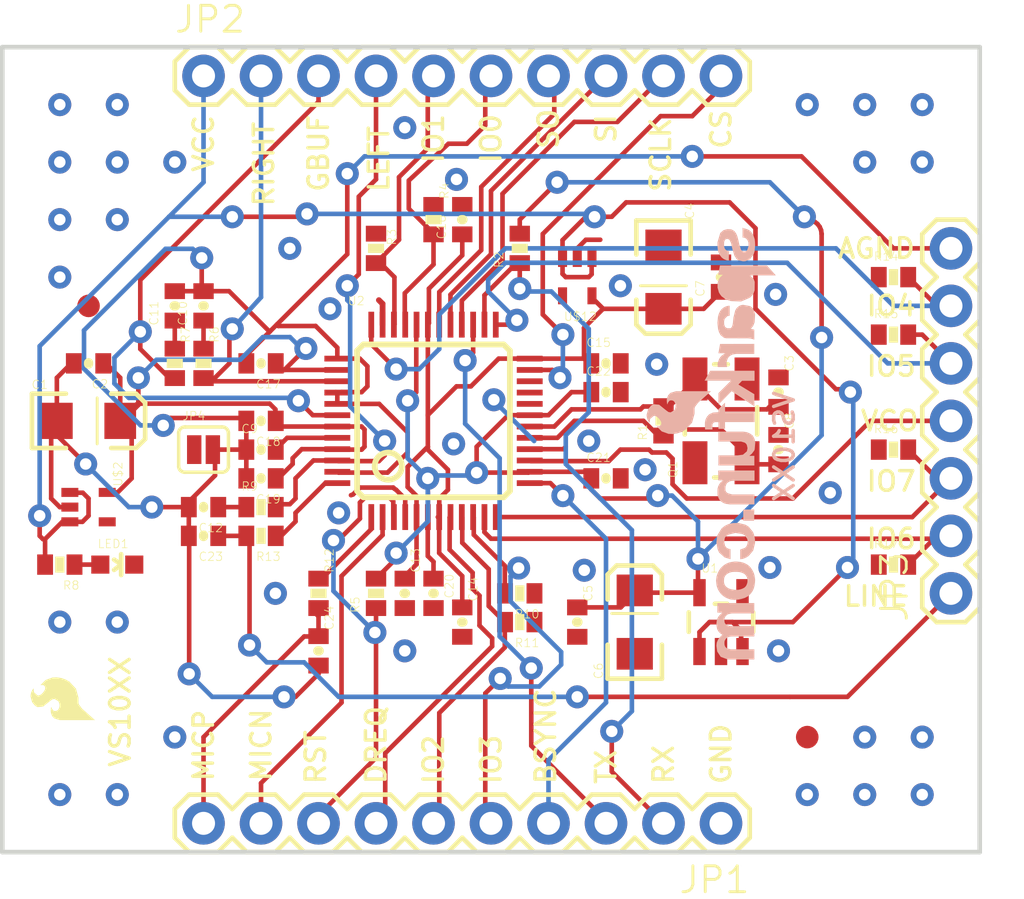
<source format=kicad_pcb>
(kicad_pcb (version 20211014) (generator pcbnew)
  (layers (0 "F.Cu" signal) (31 "B.Cu" signal) (34 "B.Paste" user) (35 "F.Paste" user) (36 "B.SilkS" user "B.Silkscreen") (37 "F.SilkS" user "F.Silkscreen") (38 "B.Mask" user) (39 "F.Mask" user) (44 "Edge.Cuts" user))
  (net 0 "")
  (net 1 "GND")
  (net 2 "VCC")
  (net 3 "AVDD")
  (net 4 "N$6")
  (net 5 "N$9")
  (net 6 "N$10")
  (net 7 "SO")
  (net 8 "SI")
  (net 9 "SCLK")
  (net 10 "CS")
  (net 11 "BSYNC")
  (net 12 "DREQ")
  (net 13 "RESET")
  (net 14 "GPIO2")
  (net 15 "GPIO3")
  (net 16 "GPIO6")
  (net 17 "GPIO7")
  (net 18 "RX")
  (net 19 "TX")
  (net 20 "LEFT")
  (net 21 "RIGHT")
  (net 22 "GBUF")
  (net 23 "MICP")
  (net 24 "MICN")
  (net 25 "N$1")
  (net 26 "GPIO0")
  (net 27 "GPIO1")
  (net 28 "GPIO4")
  (net 29 "LINEIN")
  (net 30 "VCO")
  (net 31 "N$2")
  (net 32 "N$5")
  (net 33 "GPIO5")
  (net 34 "N$3")
  (net 35 "IOVDD")
  (net 36 "CVDD")
  (net 37 "N$4")
  (net 38 "N$7")
  (net 39 "AGND")
  (footprint "boardEagle:0402-RES" (layer "F.Cu") (at 156.1211 103.7336 90)
    (fp_text reference "R1")
    (fp_text value "1M")
  )
  (footprint "boardEagle:0402-CAP" (layer "F.Cu") (at 140.8811 113.8936 -90)
    (fp_text reference "C24")
    (fp_text value "10nF")
  )
  (footprint "boardEagle:0402-RES" (layer "F.Cu") (at 140.8811 111.3536 -90)
    (fp_text reference "R12")
    (fp_text value "470")
  )
  (footprint "boardEagle:0402-RES" (layer "F.Cu") (at 135.8011 101.1936 -90)
    (fp_text reference "R6")
    (fp_text value "20")
  )
  (footprint "boardEagle:SC70" (layer "F.Cu") (at 152.3111 97.3836 180)
    (fp_text reference "U$12")
    (fp_text value "1.8")
  )
  (footprint "boardEagle:1X07" (layer "F.Cu") (at 168.8211 111.3536 90)
    (fp_text reference "JP3")
    (fp_text value "")
  )
  (footprint "boardEagle:0402-RES" (layer "F.Cu") (at 149.7711 111.3536 180)
    (fp_text reference "R10")
    (fp_text value "100k")
  )
  (footprint "boardEagle:0402-CAP" (layer "F.Cu") (at 138.3411 103.7336 180)
    (fp_text reference "C18")
    (fp_text value "100nF")
  )
  (footprint "boardEagle:0402-RES" (layer "F.Cu") (at 138.3411 107.5436)
    (fp_text reference "R9")
    (fp_text value "20")
  )
  (footprint "boardEagle:EIA3216" (layer "F.Cu") (at 154.8511 112.6236 90)
    (fp_text reference "C6")
    (fp_text value "10uF")
  )
  (footprint "boardEagle:0402-CAP" (layer "F.Cu") (at 161.2011 105.0036 -90)
    (fp_text reference "C8")
    (fp_text value "18pF")
  )
  (footprint "boardEagle:0402-RES" (layer "F.Cu") (at 166.2811 97.3836)
    (fp_text reference "R14")
    (fp_text value "100k")
  )
  (footprint "boardEagle:0402-CAP" (layer "F.Cu") (at 135.8011 107.5436 180)
    (fp_text reference "C12")
    (fp_text value "10nF")
  )
  (footprint "boardEagle:0402-RES" (layer "F.Cu") (at 145.9611 94.8436 -90)
    (fp_text reference "R4")
    (fp_text value "100k")
  )
  (footprint "boardEagle:0402-RES" (layer "F.Cu") (at 149.7711 112.6236 180)
    (fp_text reference "R11")
    (fp_text value "100k")
  )
  (footprint "boardEagle:0402-RES" (layer "F.Cu") (at 134.5311 101.1936 -90)
    (fp_text reference "R7")
    (fp_text value "10")
  )
  (footprint "boardEagle:EIA3216" (layer "F.Cu") (at 156.1211 97.3836 -90)
    (fp_text reference "C4")
    (fp_text value "10uF")
  )
  (footprint "boardEagle:0402-RES" (layer "F.Cu") (at 143.4211 96.1136 -90)
    (fp_text reference "R3")
    (fp_text value "100k")
  )
  (footprint "boardEagle:0402-CAP" (layer "F.Cu") (at 147.2311 112.6236 -90)
    (fp_text reference "C14")
    (fp_text value "100nF")
  )
  (footprint "boardEagle:0402-RES" (layer "F.Cu") (at 129.4511 110.0836 180)
    (fp_text reference "R8")
    (fp_text value "330")
  )
  (footprint "boardEagle:0402-RES" (layer "F.Cu") (at 166.2811 105.0036)
    (fp_text reference "R16")
    (fp_text value "100k")
  )
  (footprint "boardEagle:0402-CAP" (layer "F.Cu") (at 138.3411 105.0036)
    (fp_text reference "C9")
    (fp_text value "0.1uF")
  )
  (footprint "boardEagle:0402-CAP" (layer "F.Cu") (at 145.9611 111.3536 -90)
    (fp_text reference "C20")
    (fp_text value "100nF")
  )
  (footprint "boardEagle:0402-CAP" (layer "F.Cu") (at 134.5311 98.6536 90)
    (fp_text reference "C11")
    (fp_text value "47nF")
  )
  (footprint "boardEagle:0402-CAP" (layer "F.Cu") (at 158.6611 97.3836 90)
    (fp_text reference "C7")
    (fp_text value "0.1uF")
  )
  (footprint "boardEagle:1X10" (layer "F.Cu") (at 135.8011 88.4936)
    (fp_text reference "JP2")
    (fp_text value "M10\"")
  )
  (footprint "boardEagle:0402-CAP" (layer "F.Cu") (at 135.8011 108.8136 180)
    (fp_text reference "C23")
    (fp_text value "10nF")
  )
  (footprint "boardEagle:CRYSTAL-SMD-5X3" (layer "F.Cu") (at 158.6611 103.7336 90)
    (fp_text reference "Q1")
    (fp_text value "12.288MHz")
  )
  (footprint "boardEagle:0402-RES" (layer "F.Cu") (at 166.2811 110.0836)
    (fp_text reference "R17")
    (fp_text value "100k")
  )
  (footprint "boardEagle:0402-CAP" (layer "F.Cu") (at 153.5811 106.2736)
    (fp_text reference "C21")
    (fp_text value "100nF")
  )
  (footprint "boardEagle:0402-RES" (layer "F.Cu") (at 143.4211 111.3536 90)
    (fp_text reference "R5")
    (fp_text value "100k")
  )
  (footprint "boardEagle:1X10" (layer "F.Cu") (at 158.6611 121.5136 180)
    (fp_text reference "JP1")
    (fp_text value "M10\"")
  )
  (footprint "boardEagle:0402-CAP" (layer "F.Cu") (at 135.8011 98.6536 90)
    (fp_text reference "C10")
    (fp_text value "10nF")
  )
  (footprint "boardEagle:0402-CAP" (layer "F.Cu") (at 153.5811 101.1936)
    (fp_text reference "C15")
    (fp_text value "100nF")
  )
  (footprint "boardEagle:SC70" (layer "F.Cu") (at 130.7211 107.5436 -90)
    (fp_text reference "U$2")
    (fp_text value "2.8")
  )
  (footprint "boardEagle:0402-RES" (layer "F.Cu") (at 149.7711 96.1136 90)
    (fp_text reference "R2")
    (fp_text value "100k")
  )
  (footprint "boardEagle:LED-0603" (layer "F.Cu") (at 131.9911 110.0836 -90)
    (fp_text reference "LED1")
    (fp_text value "Power")
  )
  (footprint "boardEagle:LQFP-48" (layer "F.Cu") (at 145.9611 103.7336)
    (fp_text reference "U2")
    (fp_text value "VS1053")
  )
  (footprint "boardEagle:FIDUCIAL-1X2" (layer "F.Cu") (at 130.7211 98.6536)
    (fp_text reference "U$5" hide)
    (fp_text value "FIDUCIAL1X2" hide)
  )
  (footprint "boardEagle:SOT23-5" (layer "F.Cu") (at 158.6611 112.6236)
    (fp_text reference "U1")
    (fp_text value "3.3V")
  )
  (footprint "boardEagle:0402-RES" (layer "F.Cu") (at 166.2811 99.9236)
    (fp_text reference "R15")
    (fp_text value "100k")
  )
  (footprint "boardEagle:0402-CAP" (layer "F.Cu") (at 138.3411 101.1936 180)
    (fp_text reference "C17")
    (fp_text value "100nF")
  )
  (footprint "boardEagle:FIDUCIAL-1X2" (layer "F.Cu") (at 162.4711 117.7036)
    (fp_text reference "U$4" hide)
    (fp_text value "FIDUCIAL1X2" hide)
  )
  (footprint "boardEagle:SFE-LOGO-FLAME" (layer "F.Cu") (at 130.9751 116.9416 90)
    (fp_text reference "U$6" hide)
    (fp_text value "LOGO-SFESK" hide)
  )
  (footprint "boardEagle:0402-CAP" (layer "F.Cu") (at 138.3411 106.2736 180)
    (fp_text reference "C19")
    (fp_text value "100nF")
  )
  (footprint "boardEagle:0402-CAP" (layer "F.Cu") (at 152.3111 112.6236 -90)
    (fp_text reference "C5")
    (fp_text value "0.1uF")
  )
  (footprint "boardEagle:0402-CAP" (layer "F.Cu") (at 147.2311 94.8436 90)
    (fp_text reference "C16")
    (fp_text value "100nF")
  )
  (footprint "boardEagle:0402-CAP" (layer "F.Cu") (at 153.5811 102.4636)
    (fp_text reference "C22")
    (fp_text value "100nF")
  )
  (footprint "boardEagle:0402-RES" (layer "F.Cu") (at 138.3411 108.8136 180)
    (fp_text reference "R13")
    (fp_text value "470")
  )
  (footprint "boardEagle:EIA3216" (layer "F.Cu") (at 130.7211 103.7336)
    (fp_text reference "C1")
    (fp_text value "10uF")
  )
  (footprint "boardEagle:0402-CAP" (layer "F.Cu") (at 144.6911 111.3536 -90)
    (fp_text reference "C13")
    (fp_text value "100nF")
  )
  (footprint "boardEagle:SJ_2S" (layer "F.Cu") (at 135.8011 105.0036)
    (fp_text reference "JP4")
    (fp_text value "")
  )
  (footprint "boardEagle:0402-CAP" (layer "F.Cu") (at 161.2011 102.4636 -90)
    (fp_text reference "C3")
    (fp_text value "18pF")
  )
  (footprint "boardEagle:0402-CAP" (layer "F.Cu") (at 130.7211 101.1936 180)
    (fp_text reference "C2")
    (fp_text value "0.1uF")
  )
  (footprint "boardEagle:SFE-NEW-WEBLOGO" (layer "B.Cu") (at 161.0741 95.2246 -90)
    (fp_text reference "U$7" hide)
    (fp_text value "LOGO-SFENEW" hide)
  )
  (gr_line (start 170.0911 122.7836) (end 170.0911 87.2236) (layer "Edge.Cuts") (width 0.2032))
  (gr_line (start 170.0911 87.2236) (end 126.9111 87.2236) (layer "Edge.Cuts") (width 0.2032))
  (gr_line (start 126.9111 87.2236) (end 126.9111 122.7836) (layer "Edge.Cuts") (width 0.2032))
  (gr_line (start 126.9111 122.7836) (end 170.0911 122.7836) (layer "Edge.Cuts") (width 0.2032))
  (gr_text "VS10XX" (at 161.9631 102.3366 -270) (layer "B.SilkS") (effects (font (size 0.8636 0.8636) (thickness 0.1524)) (justify left bottom mirror)))
  (gr_text "IO6" (at 165.0111 109.4486) (layer "F.SilkS") (effects (font (size 0.8636 0.8636) (thickness 0.1524)) (justify left bottom)))
  (gr_text "AGND" (at 163.7411 96.6216) (layer "F.SilkS") (effects (font (size 0.8636 0.8636) (thickness 0.1524)) (justify left bottom)))
  (gr_text "VCO" (at 164.7571 104.2416) (layer "F.SilkS") (effects (font (size 0.8636 0.8636) (thickness 0.1524)) (justify left bottom)))
  (gr_text "GBUF" (at 141.3891 93.7006 90) (layer "F.SilkS") (effects (font (size 0.8636 0.8636) (thickness 0.1524)) (justify left bottom)))
  (gr_text "BSYNC" (at 151.4221 119.8626 90) (layer "F.SilkS") (effects (font (size 0.8636 0.8636) (thickness 0.1524)) (justify left bottom)))
  (gr_text "IO5" (at 165.0111 101.8286) (layer "F.SilkS") (effects (font (size 0.8636 0.8636) (thickness 0.1524)) (justify left bottom)))
  (gr_text "TX" (at 154.0891 119.8626 90) (layer "F.SilkS") (effects (font (size 0.8636 0.8636) (thickness 0.1524)) (justify left bottom)))
  (gr_text "VS10XX" (at 132.6261 119.1006 90) (layer "F.SilkS") (effects (font (size 0.8636 0.8636) (thickness 0.1524)) (justify left bottom)))
  (gr_text "VCC" (at 136.3091 92.8116 90) (layer "F.SilkS") (effects (font (size 0.8636 0.8636) (thickness 0.1524)) (justify left bottom)))
  (gr_text "MICN" (at 138.8491 119.7356 90) (layer "F.SilkS") (effects (font (size 0.8636 0.8636) (thickness 0.1524)) (justify left bottom)))
  (gr_text "IO0" (at 149.0091 92.4306 90) (layer "F.SilkS") (effects (font (size 0.8636 0.8636) (thickness 0.1524)) (justify left bottom)))
  (gr_text "LINE" (at 163.9951 111.9886) (layer "F.SilkS") (effects (font (size 0.8636 0.8636) (thickness 0.1524)) (justify left bottom)))
  (gr_text "RX" (at 156.6291 119.8626 90) (layer "F.SilkS") (effects (font (size 0.8636 0.8636) (thickness 0.1524)) (justify left bottom)))
  (gr_text "IO4" (at 165.0111 99.1616) (layer "F.SilkS") (effects (font (size 0.8636 0.8636) (thickness 0.1524)) (justify left bottom)))
  (gr_text "LEFT" (at 144.0561 93.7006 90) (layer "F.SilkS") (effects (font (size 0.8636 0.8636) (thickness 0.1524)) (justify left bottom)))
  (gr_text "RST" (at 141.2621 119.8626 90) (layer "F.SilkS") (effects (font (size 0.8636 0.8636) (thickness 0.1524)) (justify left bottom)))
  (gr_text "RIGHT" (at 138.9761 94.3356 90) (layer "F.SilkS") (effects (font (size 0.8636 0.8636) (thickness 0.1524)) (justify left bottom)))
  (gr_text "DREQ" (at 143.9291 119.8626 90) (layer "F.SilkS") (effects (font (size 0.8636 0.8636) (thickness 0.1524)) (justify left bottom)))
  (gr_text "IO7" (at 165.0111 106.9086) (layer "F.SilkS") (effects (font (size 0.8636 0.8636) (thickness 0.1524)) (justify left bottom)))
  (gr_text "IO2" (at 146.4691 119.8626 90) (layer "F.SilkS") (effects (font (size 0.8636 0.8636) (thickness 0.1524)) (justify left bottom)))
  (gr_text "GND" (at 159.1691 119.8626 90) (layer "F.SilkS") (effects (font (size 0.8636 0.8636) (thickness 0.1524)) (justify left bottom)))
  (gr_text "SO" (at 151.5491 91.7956 90) (layer "F.SilkS") (effects (font (size 0.8636 0.8636) (thickness 0.1524)) (justify left bottom)))
  (gr_text "SCLK" (at 156.5021 93.7006 90) (layer "F.SilkS") (effects (font (size 0.8636 0.8636) (thickness 0.1524)) (justify left bottom)))
  (gr_text "IO1" (at 146.4691 92.4306 90) (layer "F.SilkS") (effects (font (size 0.8636 0.8636) (thickness 0.1524)) (justify left bottom)))
  (gr_text "CS" (at 159.1691 91.7956 90) (layer "F.SilkS") (effects (font (size 0.8636 0.8636) (thickness 0.1524)) (justify left bottom)))
  (gr_text "SI" (at 154.0891 91.5416 90) (layer "F.SilkS") (effects (font (size 0.8636 0.8636) (thickness 0.1524)) (justify left bottom)))
  (gr_text "MICP" (at 136.3091 119.7356 90) (layer "F.SilkS") (effects (font (size 0.8636 0.8636) (thickness 0.1524)) (justify left bottom)))
  (gr_text "IO3" (at 149.0091 119.8626 90) (layer "F.SilkS") (effects (font (size 0.8636 0.8636) (thickness 0.1524)) (justify left bottom)))
  (segment (start 144.7111 107.9836) (end 144.7111 107.1826) (width 0.2032) (layer "F.Cu") (net 1))
  (segment (start 152.3111 96.1136) (end 152.6921 95.7326) (width 0.2032) (layer "F.Cu") (net 1))
  (segment (start 152.6921 95.7326) (end 153.3271 95.7326) (width 0.2032) (layer "F.Cu") (net 1))
  (segment (start 152.3111 96.5586) (end 152.3111 96.1136) (width 0.2032) (layer "F.Cu") (net 1))
  (segment (start 151.6961 104.9836) (end 151.8031 104.8766) (width 0.2032) (layer "F.Cu") (net 1))
  (segment (start 142.4051 106.9848) (end 142.315 107.017) (width 0.2032) (layer "F.Cu") (net 1))
  (segment (start 143.7111 98.5626) (end 143.5481 98.3996) (width 0.254) (layer "F.Cu") (net 1))
  (segment (start 144.2339 106.7308) (end 144.1831 106.68) (width 0.2032) (layer "F.Cu") (net 1))
  (segment (start 144.1831 106.68) (end 142.7099 106.68) (width 0.2032) (layer "F.Cu") (net 1))
  (segment (start 144.3101 106.7816) (end 144.2339 106.7308) (width 0.2032) (layer "F.Cu") (net 1))
  (segment (start 144.7111 107.1826) (end 144.3101 106.7816) (width 0.2032) (layer "F.Cu") (net 1))
  (segment (start 143.7111 99.4836) (end 143.7111 98.5626) (width 0.254) (layer "F.Cu") (net 1))
  (segment (start 142.7099 106.68) (end 142.4051 106.9848) (width 0.2032) (layer "F.Cu") (net 1))
  (segment (start 150.2111 104.9836) (end 151.6961 104.9836) (width 0.2032) (layer "F.Cu") (net 1))
  (via (at 161.2011 113.8936) (size 1.016) (drill 0.508) (layers "F.Cu" "B.Cu") (net 1))
  (via (at 165.0111 92.3036) (size 1.016) (drill 0.508) (layers "F.Cu" "B.Cu") (net 1))
  (via (at 131.9911 120.2436) (size 1.016) (drill 0.508) (layers "F.Cu" "B.Cu") (net 1))
  (via (at 152.8191 104.6226) (size 1.016) (drill 0.508) (layers "F.Cu" "B.Cu") (net 1))
  (via (at 129.4511 97.3836) (size 1.016) (drill 0.508) (layers "F.Cu" "B.Cu") (net 1))
  (via (at 131.9911 112.6236) (size 1.016) (drill 0.508) (layers "F.Cu" "B.Cu") (net 1))
  (via (at 162.4711 89.7636) (size 1.016) (drill 0.508) (layers "F.Cu" "B.Cu") (net 1))
  (via (at 141.3891 98.7806) (size 1.016) (drill 0.508) (layers "F.Cu" "B.Cu") (net 1))
  (via (at 155.8211 101.2336) (size 1.016) (drill 0.508) (layers "F.Cu" "B.Cu") (net 1))
  (via (at 129.4511 120.2436) (size 1.016) (drill 0.508) (layers "F.Cu" "B.Cu") (net 1))
  (via (at 167.5511 92.3036) (size 1.016) (drill 0.508) (layers "F.Cu" "B.Cu") (net 1))
  (via (at 162.4711 120.2436) (size 1.016) (drill 0.508) (layers "F.Cu" "B.Cu") (net 1))
  (via (at 138.9761 111.3536) (size 1.016) (drill 0.508) (layers "F.Cu" "B.Cu") (net 1))
  (via (at 154.2161 97.7646) (size 1.016) (drill 0.508) (layers "F.Cu" "B.Cu") (net 1))
  (via (at 152.6211 110.3336) (size 1.016) (drill 0.508) (layers "F.Cu" "B.Cu") (net 1))
  (via (at 167.5511 89.7636) (size 1.016) (drill 0.508) (layers "F.Cu" "B.Cu") (net 1))
  (via (at 167.5511 120.2436) (size 1.016) (drill 0.508) (layers "F.Cu" "B.Cu") (net 1))
  (via (at 134.5311 92.3036) (size 1.016) (drill 0.508) (layers "F.Cu" "B.Cu") (net 1))
  (via (at 155.3083 105.8926) (size 1.016) (drill 0.508) (layers "F.Cu" "B.Cu") (net 1))
  (via (at 144.6911 113.8936) (size 1.016) (drill 0.508) (layers "F.Cu" "B.Cu") (net 1))
  (via (at 160.8201 110.2106) (size 1.016) (drill 0.508) (layers "F.Cu" "B.Cu") (net 1))
  (via (at 167.5511 117.7036) (size 1.016) (drill 0.508) (layers "F.Cu" "B.Cu") (net 1))
  (via (at 161.0741 98.1456) (size 1.016) (drill 0.508) (layers "F.Cu" "B.Cu") (net 1))
  (via (at 131.9911 92.3036) (size 1.016) (drill 0.508) (layers "F.Cu" "B.Cu") (net 1))
  (via (at 131.9911 94.8436) (size 1.016) (drill 0.508) (layers "F.Cu" "B.Cu") (net 1))
  (via (at 129.4511 94.8436) (size 1.016) (drill 0.508) (layers "F.Cu" "B.Cu") (net 1))
  (via (at 146.8501 104.7496) (size 1.016) (drill 0.508) (layers "F.Cu" "B.Cu") (net 1))
  (via (at 165.0111 89.7636) (size 1.016) (drill 0.508) (layers "F.Cu" "B.Cu") (net 1))
  (via (at 165.0111 117.7036) (size 1.016) (drill 0.508) (layers "F.Cu" "B.Cu") (net 1))
  (via (at 148.6261 102.8016) (size 1.016) (drill 0.508) (layers "F.Cu" "B.Cu") (net 1))
  (via (at 139.6111 96.1136) (size 1.016) (drill 0.508) (layers "F.Cu" "B.Cu") (net 1))
  (via (at 144.6911 90.7796) (size 1.016) (drill 0.508) (layers "F.Cu" "B.Cu") (net 1))
  (via (at 134.5311 117.7036) (size 1.016) (drill 0.508) (layers "F.Cu" "B.Cu") (net 1))
  (via (at 146.9771 93.0656) (size 1.016) (drill 0.508) (layers "F.Cu" "B.Cu") (net 1))
  (via (at 165.0111 120.2436) (size 1.016) (drill 0.508) (layers "F.Cu" "B.Cu") (net 1))
  (via (at 141.7701 107.7976) (size 1.016) (drill 0.508) (layers "F.Cu" "B.Cu") (net 1))
  (via (at 131.9911 89.7636) (size 1.016) (drill 0.508) (layers "F.Cu" "B.Cu") (net 1))
  (via (at 129.4511 92.3036) (size 1.016) (drill 0.508) (layers "F.Cu" "B.Cu") (net 1))
  (via (at 129.4511 112.6236) (size 1.016) (drill 0.508) (layers "F.Cu" "B.Cu") (net 1))
  (via (at 163.4871 106.9086) (size 1.016) (drill 0.508) (layers "F.Cu" "B.Cu") (net 1))
  (via (at 129.4511 89.7636) (size 1.016) (drill 0.508) (layers "F.Cu" "B.Cu") (net 1))
  (segment (start 148.6281 102.8446) (end 150.4061 104.6226) (width 0.2032) (layer "B.Cu") (net 1))
  (segment (start 152.8191 97.3836) (end 152.9461 97.2566) (width 0.2032) (layer "F.Cu") (net 2))
  (segment (start 163.7411 102.3366) (end 164.2491 102.3366) (width 0.2032) (layer "F.Cu") (net 2))
  (segment (start 164.2491 102.3366) (end 164.3761 102.4636) (width 0.2032) (layer "F.Cu") (net 2))
  (segment (start 159.5501 113.8936) (end 159.6111 113.9546) (width 0.2032) (layer "F.Cu") (net 2))
  (segment (start 152.6921 94.7166) (end 151.6611 95.7476) (width 0.2032) (layer "F.Cu") (net 2))
  (segment (start 128.8011 110.0836) (end 128.8011 108.9556) (width 0.2032) (layer "F.Cu") (net 2))
  (segment (start 130.4521 108.1936) (end 130.7211 107.9246) (width 0.2032) (layer "F.Cu") (net 2))
  (segment (start 129.5931 108.1936) (end 129.8961 108.1936) (width 0.2032) (layer "F.Cu") (net 2))
  (segment (start 152.9611 96.6066) (end 152.9611 96.5586) (width 0.2032) (layer "F.Cu") (net 2))
  (segment (start 129.9591 106.9086) (end 129.9441 106.8936) (width 0.2032) (layer "F.Cu") (net 2))
  (segment (start 158.1531 112.6236) (end 159.1691 112.6236) (width 0.2032) (layer "F.Cu") (net 2))
  (segment (start 151.6611 96.5586) (end 151.6611 97.2416) (width 0.2032) (layer "F.Cu") (net 2))
  (segment (start 153.0731 94.7166) (end 152.6921 94.7166) (width 0.2032) (layer "F.Cu") (net 2))
  (segment (start 129.9441 106.8936) (end 129.8961 106.8936) (width 0.2032) (layer "F.Cu") (net 2))
  (segment (start 130.7211 107.9246) (end 130.7211 107.1626) (width 0.2032) (layer "F.Cu") (net 2))
  (segment (start 160.1851 98.7806) (end 163.7411 102.3366) (width 0.2032) (layer "F.Cu") (net 2))
  (segment (start 140.2461 94.7166) (end 140.3731 94.5896) (width 0.2032) (layer "F.Cu") (net 2))
  (segment (start 151.6611 95.7476) (end 151.6611 96.5586) (width 0.2032) (layer "F.Cu") (net 2))
  (segment (start 128.8011 108.9556) (end 128.7041 108.9556) (width 0.2032) (layer "F.Cu") (net 2))
  (segment (start 130.4671 106.9086) (end 129.9591 106.9086) (width 0.2032) (layer "F.Cu") (net 2))
  (segment (start 129.8961 108.1936) (end 130.4521 108.1936) (width 0.2032) (layer "F.Cu") (net 2))
  (segment (start 128.8011 108.9556) (end 129.5781 108.1786) (width 0.2032) (layer "F.Cu") (net 2))
  (segment (start 161.8361 112.6236) (end 158.1531 112.6236) (width 0.2032) (layer "F.Cu") (net 2))
  (segment (start 153.0731 94.7166) (end 153.8351 94.7166) (width 0.2032) (layer "F.Cu") (net 2))
  (segment (start 130.7211 107.1626) (end 130.4671 106.9086) (width 0.2032) (layer "F.Cu") (net 2))
  (segment (start 152.9461 97.2566) (end 152.9461 96.6216) (width 0.2032) (layer "F.Cu") (net 2))
  (segment (start 151.6611 97.2416) (end 151.8031 97.3836) (width 0.2032) (layer "F.Cu") (net 2))
  (segment (start 152.9461 96.6216) (end 152.9611 96.6066) (width 0.2032) (layer "F.Cu") (net 2))
  (segment (start 153.8351 94.7166) (end 154.4701 94.0816) (width 0.2032) (layer "F.Cu") (net 2))
  (segment (start 160.1851 95.2246) (end 160.1851 98.7806) (width 0.2032) (layer "F.Cu") (net 2))
  (segment (start 151.8031 97.3836) (end 152.8191 97.3836) (width 0.2032) (layer "F.Cu") (net 2))
  (segment (start 159.6111 113.9546) (end 159.6771 114.0206) (width 0.2032) (layer "F.Cu") (net 2))
  (segment (start 154.4701 94.0816) (end 159.0421 94.0816) (width 0.2032) (layer "F.Cu") (net 2))
  (segment (start 159.0421 94.0816) (end 160.1851 95.2246) (width 0.2032) (layer "F.Cu") (net 2))
  (segment (start 159.6111 113.9546) (end 159.6111 113.9237) (width 0.2032) (layer "F.Cu") (net 2))
  (segment (start 158.1531 112.6236) (end 157.7111 113.0656) (width 0.2032) (layer "F.Cu") (net 2))
  (segment (start 128.5621 108.8136) (end 128.5621 107.9246) (width 0.2032) (layer "F.Cu") (net 2))
  (segment (start 159.1691 112.6236) (end 159.5501 113.0046) (width 0.2032) (layer "F.Cu") (net 2))
  (segment (start 137.0711 94.7166) (end 140.2461 94.7166) (width 0.2032) (layer "F.Cu") (net 2))
  (segment (start 159.5501 113.0046) (end 159.5501 113.8936) (width 0.2032) (layer "F.Cu") (net 2))
  (segment (start 129.5781 108.1786) (end 129.5931 108.1936) (width 0.2032) (layer "F.Cu") (net 2))
  (segment (start 164.2491 110.2106) (end 161.8361 112.6236) (width 0.2032) (layer "F.Cu") (net 2))
  (segment (start 157.7111 113.0656) (end 157.7111 113.9237) (width 0.2032) (layer "F.Cu") (net 2))
  (segment (start 128.7041 108.9556) (end 128.5621 108.8136) (width 0.2032) (layer "F.Cu") (net 2))
  (via (at 164.2491 110.2106) (size 1.016) (drill 0.508) (layers "F.Cu" "B.Cu") (net 2))
  (via (at 164.3761 102.4636) (size 1.016) (drill 0.508) (layers "F.Cu" "B.Cu") (net 2))
  (via (at 153.0731 94.7166) (size 1.016) (drill 0.508) (layers "F.Cu" "B.Cu") (net 2))
  (via (at 137.0711 94.7166) (size 1.016) (drill 0.508) (layers "F.Cu" "B.Cu") (net 2))
  (via (at 140.3731 94.5896) (size 1.016) (drill 0.508) (layers "F.Cu" "B.Cu") (net 2))
  (via (at 128.5621 107.9246) (size 1.016) (drill 0.508) (layers "F.Cu" "B.Cu") (net 2))
  (segment (start 128.5621 107.9246) (end 128.5621 100.4316) (width 0.2032) (layer "B.Cu") (net 2))
  (segment (start 164.5031 102.5906) (end 164.5031 109.9566) (width 0.2032) (layer "B.Cu") (net 2))
  (segment (start 134.2771 94.7166) (end 137.0711 94.7166) (width 0.2032) (layer "B.Cu") (net 2))
  (segment (start 135.8011 93.1926) (end 135.8011 88.4936) (width 0.2032) (layer "B.Cu") (net 2))
  (segment (start 128.5621 100.4316) (end 134.2771 94.7166) (width 0.2032) (layer "B.Cu") (net 2))
  (segment (start 140.3731 94.5896) (end 152.9461 94.5896) (width 0.2032) (layer "B.Cu") (net 2))
  (segment (start 134.2771 94.7166) (end 135.8011 93.1926) (width 0.2032) (layer "B.Cu") (net 2))
  (segment (start 164.5031 109.9566) (end 164.2491 110.2106) (width 0.2032) (layer "B.Cu") (net 2))
  (segment (start 164.3761 102.4636) (end 164.5031 102.5906) (width 0.2032) (layer "B.Cu") (net 2))
  (segment (start 152.9461 94.5896) (end 153.0731 94.7166) (width 0.2032) (layer "B.Cu") (net 2))
  (segment (start 132.0061 106.8936) (end 132.6261 106.2736) (width 0.2032) (layer "F.Cu") (net 3))
  (segment (start 138.9911 101.2086) (end 138.9911 101.1936) (width 0.2032) (layer "F.Cu") (net 3))
  (segment (start 131.4831 101.1936) (end 131.3711 101.1936) (width 0.2032) (layer "F.Cu") (net 3))
  (segment (start 138.9761 103.2256) (end 138.9761 103.7336) (width 0.2032) (layer "F.Cu") (net 3))
  (segment (start 132.2211 103.7336) (end 132.9211 103.0336) (width 0.2032) (layer "F.Cu") (net 3))
  (segment (start 132.2451 103.7336) (end 132.2211 103.7336) (width 0.2032) (layer "F.Cu") (net 3))
  (segment (start 139.2661 101.4836) (end 141.7111 101.4836) (width 0.2032) (layer "F.Cu") (net 3))
  (segment (start 139.7381 105.6386) (end 139.1031 106.2736) (width 0.2032) (layer "F.Cu") (net 3))
  (segment (start 132.6261 104.1146) (end 132.2451 103.7336) (width 0.2032) (layer "F.Cu") (net 3))
  (segment (start 141.7111 104.9836) (end 140.1391 104.9836) (width 0.2032) (layer "F.Cu") (net 3))
  (segment (start 139.1031 106.2736) (end 138.9911 106.2736) (width 0.2032) (layer "F.Cu") (net 3))
  (segment (start 138.9761 103.7336) (end 138.9911 103.7336) (width 0.2032) (layer "F.Cu") (net 3))
  (segment (start 132.1211 101.8316) (end 131.4831 101.1936) (width 0.2032) (layer "F.Cu") (net 3))
  (segment (start 139.7381 105.3846) (end 139.7381 105.6386) (width 0.2032) (layer "F.Cu") (net 3))
  (segment (start 142.9131 104.1146) (end 142.9131 104.8766) (width 0.2032) (layer "F.Cu") (net 3))
  (segment (start 139.3711 101.4836) (end 139.2661 101.4836) (width 0.2032) (layer "F.Cu") (net 3))
  (segment (start 141.8771 104.9836) (end 141.7111 104.9836) (width 0.2032) (layer "F.Cu") (net 3))
  (segment (start 132.8831 102.9716) (end 138.7221 102.9716) (width 0.2032) (layer "F.Cu") (net 3))
  (segment (start 132.3721 103.7336) (end 132.6261 103.4796) (width 0.2032) (layer "F.Cu") (net 3))
  (segment (start 138.7221 102.9716) (end 138.9761 103.2256) (width 0.2032) (layer "F.Cu") (net 3))
  (segment (start 139.2661 101.4836) (end 138.9911 101.2086) (width 0.2032) (layer "F.Cu") (net 3))
  (segment (start 138.9761 103.7336) (end 139.2261 103.9836) (width 0.2032) (layer "F.Cu") (net 3))
  (segment (start 132.2211 103.7336) (end 132.1211 103.7336) (width 0.2032) (layer "F.Cu") (net 3))
  (segment (start 132.1211 103.7336) (end 132.1211 101.8316) (width 0.2032) (layer "F.Cu") (net 3))
  (segment (start 132.1211 103.7336) (end 132.8831 102.9716) (width 0.2032) (layer "F.Cu") (net 3))
  (segment (start 132.6261 106.2736) (end 132.6261 104.1146) (width 0.2032) (layer "F.Cu") (net 3))
  (segment (start 131.5461 106.8936) (end 132.0061 106.8936) (width 0.2032) (layer "F.Cu") (net 3))
  (segment (start 142.9131 104.8766) (end 142.7861 105.0036) (width 0.2032) (layer "F.Cu") (net 3))
  (segment (start 132.9211 103.0336) (end 132.9211 101.8336) (width 0.2032) (layer "F.Cu") (net 3))
  (segment (start 140.3211 100.5336) (end 139.3711 101.4836) (width 0.2032) (layer "F.Cu") (net 3))
  (segment (start 141.7111 103.9836) (end 142.7821 103.9836) (width 0.2032) (layer "F.Cu") (net 3))
  (segment (start 139.2261 103.9836) (end 141.7111 103.9836) (width 0.2032) (layer "F.Cu") (net 3))
  (segment (start 142.7861 105.0036) (end 141.8971 105.0036) (width 0.2032) (layer "F.Cu") (net 3))
  (segment (start 140.1391 104.9836) (end 139.7381 105.3846) (width 0.2032) (layer "F.Cu") (net 3))
  (segment (start 141.8971 105.0036) (end 141.8771 104.9836) (width 0.2032) (layer "F.Cu") (net 3))
  (segment (start 142.7821 103.9836) (end 142.9131 104.1146) (width 0.2032) (layer "F.Cu") (net 3))
  (segment (start 132.2211 103.7336) (end 132.3721 103.7336) (width 0.2032) (layer "F.Cu") (net 3))
  (via (at 140.3211 100.5336) (size 1.016) (drill 0.508) (layers "F.Cu" "B.Cu") (net 3))
  (via (at 132.9211 101.8336) (size 1.016) (drill 0.508) (layers "F.Cu" "B.Cu") (net 3))
  (segment (start 133.7211 101.0336) (end 137.4211 101.0336) (width 0.2032) (layer "B.Cu") (net 3))
  (segment (start 139.6211 100.0336) (end 140.0211 100.4336) (width 0.2032) (layer "B.Cu") (net 3))
  (segment (start 140.0211 100.4336) (end 140.3211 100.5336) (width 0.2032) (layer "B.Cu") (net 3))
  (segment (start 132.9211 101.8336) (end 133.7211 101.0336) (width 0.2032) (layer "B.Cu") (net 3))
  (segment (start 137.4211 101.0336) (end 138.4211 100.0336) (width 0.2032) (layer "B.Cu") (net 3))
  (segment (start 138.4211 100.0336) (end 139.6211 100.0336) (width 0.2032) (layer "B.Cu") (net 3))
  (segment (start 130.9711 110.0836) (end 130.1011 110.0836) (width 0.2032) (layer "F.Cu") (net 4))
  (segment (start 131.2411 110.1136) (end 131.2411 110.0836) (width 0.2032) (layer "F.Cu") (net 4))
  (segment (start 131.1211 110.2336) (end 131.2411 110.1136) (width 0.2032) (layer "F.Cu") (net 4))
  (segment (start 131.1211 110.2336) (end 130.9711 110.0836) (width 0.2032) (layer "F.Cu") (net 4))
  (segment (start 155.2321 103.0986) (end 155.9941 103.0986) (width 0.2032) (layer "F.Cu") (net 5))
  (segment (start 150.2111 103.9836) (end 151.2991 103.9836) (width 0.2032) (layer "F.Cu") (net 5))
  (segment (start 152.0571 103.2256) (end 155.1051 103.2256) (width 0.2032) (layer "F.Cu") (net 5))
  (segment (start 157.5111 102.0756) (end 158.6611 103.2256) (width 0.2032) (layer "F.Cu") (net 5))
  (segment (start 155.1051 103.2256) (end 155.2321 103.0986) (width 0.2032) (layer "F.Cu") (net 5))
  (segment (start 156.1211 103.0836) (end 156.3901 103.0836) (width 0.2032) (layer "F.Cu") (net 5))
  (segment (start 155.9941 103.0986) (end 156.0091 103.0836) (width 0.2032) (layer "F.Cu") (net 5))
  (segment (start 156.3901 103.0836) (end 157.5181 101.9556) (width 0.2032) (layer "F.Cu") (net 5))
  (segment (start 158.6611 103.2256) (end 160.6931 103.2256) (width 0.2032) (layer "F.Cu") (net 5))
  (segment (start 157.5181 101.9556) (end 157.5111 101.9486) (width 0.2032) (layer "F.Cu") (net 5))
  (segment (start 157.5111 101.8836) (end 157.5111 102.0756) (width 0.2032) (layer "F.Cu") (net 5))
  (segment (start 156.0091 103.0836) (end 156.1211 103.0836) (width 0.2032) (layer "F.Cu") (net 5))
  (segment (start 160.8051 103.1136) (end 161.2011 103.1136) (width 0.2032) (layer "F.Cu") (net 5))
  (segment (start 160.6931 103.2256) (end 160.8051 103.1136) (width 0.2032) (layer "F.Cu") (net 5))
  (segment (start 151.2991 103.9836) (end 152.0571 103.2256) (width 0.2032) (layer "F.Cu") (net 5))
  (segment (start 157.5111 101.9486) (end 157.5111 101.8836) (width 0.2032) (layer "F.Cu") (net 5))
  (segment (start 152.1841 103.7336) (end 155.2321 103.7336) (width 0.2032) (layer "F.Cu") (net 6))
  (segment (start 155.9941 104.4956) (end 155.9821 104.4836) (width 0.2032) (layer "F.Cu") (net 6))
  (segment (start 158.6611 104.1146) (end 159.8111 105.2646) (width 0.2032) (layer "F.Cu") (net 6))
  (segment (start 156.1061 104.3836) (end 156.1211 104.3836) (width 0.2032) (layer "F.Cu") (net 6))
  (segment (start 150.2111 104.4836) (end 151.4341 104.4836) (width 0.2032) (layer "F.Cu") (net 6))
  (segment (start 156.1211 104.3836) (end 156.3601 104.3836) (width 0.2032) (layer "F.Cu") (net 6))
  (segment (start 151.4341 104.4836) (end 152.1841 103.7336) (width 0.2032) (layer "F.Cu") (net 6))
  (segment (start 159.9461 105.6536) (end 161.2011 105.6536) (width 0.2032) (layer "F.Cu") (net 6))
  (segment (start 155.9941 104.4956) (end 156.1061 104.3836) (width 0.2032) (layer "F.Cu") (net 6))
  (segment (start 156.6291 104.1146) (end 158.6611 104.1146) (width 0.2032) (layer "F.Cu") (net 6))
  (segment (start 155.2321 103.7336) (end 155.9941 104.4956) (width 0.2032) (layer "F.Cu") (net 6))
  (segment (start 156.3601 104.3836) (end 156.6291 104.1146) (width 0.2032) (layer "F.Cu") (net 6))
  (segment (start 159.8761 105.5836) (end 159.9461 105.6536) (width 0.2032) (layer "F.Cu") (net 6))
  (segment (start 159.8111 105.5836) (end 159.8761 105.5836) (width 0.2032) (layer "F.Cu") (net 6))
  (segment (start 159.8111 105.2646) (end 159.8111 105.5836) (width 0.2032) (layer "F.Cu") (net 6))
  (segment (start 146.2111 99.4836) (end 146.2151 99.4664) (width 0.2032) (layer "F.Cu") (net 7))
  (segment (start 148.0693 93.3958) (end 151.2951 90.17) (width 0.2032) (layer "F.Cu") (net 7))
  (segment (start 146.2151 99.4664) (end 146.2151 98.044) (width 0.2032) (layer "F.Cu") (net 7))
  (segment (start 148.0693 96.1898) (end 148.0693 93.3958) (width 0.2032) (layer "F.Cu") (net 7))
  (segment (start 146.2151 98.044) (end 148.0693 96.1898) (width 0.2032) (layer "F.Cu") (net 7))
  (segment (start 151.2951 88.7476) (end 151.0411 88.4936) (width 0.2032) (layer "F.Cu") (net 7))
  (segment (start 151.2951 90.17) (end 151.2951 88.7476) (width 0.2032) (layer "F.Cu") (net 7))
  (segment (start 146.7111 99.4836) (end 146.7111 98.1576) (width 0.2032) (layer "F.Cu") (net 8))
  (segment (start 153.5811 88.4936) (end 153.3271 88.4936) (width 0.2032) (layer "F.Cu") (net 8))
  (segment (start 153.3271 88.4936) (end 153.2001 88.3666) (width 0.2032) (layer "F.Cu") (net 8))
  (segment (start 148.5011 96.3676) (end 148.5011 93.5736) (width 0.2032) (layer "F.Cu") (net 8))
  (segment (start 148.5011 93.5736) (end 153.5811 88.4936) (width 0.2032) (layer "F.Cu") (net 8))
  (segment (start 146.7111 98.1576) (end 148.5011 96.3676) (width 0.2032) (layer "F.Cu") (net 8))
  (segment (start 147.2111 98.4196) (end 149.0091 96.6216) (width 0.2032) (layer "F.Cu") (net 9))
  (segment (start 154.0891 90.5256) (end 156.1211 88.4936) (width 0.2032) (layer "F.Cu") (net 9))
  (segment (start 147.2111 99.4836) (end 147.2111 98.4196) (width 0.2032) (layer "F.Cu") (net 9))
  (segment (start 152.1841 90.5256) (end 154.0891 90.5256) (width 0.2032) (layer "F.Cu") (net 9))
  (segment (start 149.0091 96.6216) (end 149.0091 93.7006) (width 0.2032) (layer "F.Cu") (net 9))
  (segment (start 149.0091 93.7006) (end 152.1841 90.5256) (width 0.2032) (layer "F.Cu") (net 9))
  (segment (start 158.6611 89.0016) (end 158.6611 88.4936) (width 0.2032) (layer "F.Cu") (net 10))
  (segment (start 151.6761 99.9236) (end 150.7871 99.0346) (width 0.2032) (layer "F.Cu") (net 10))
  (segment (start 157.3911 90.2716) (end 158.6611 89.0016) (width 0.2032) (layer "F.Cu") (net 10))
  (segment (start 151.2041 101.4836) (end 151.5491 101.8286) (width 0.2032) (layer "F.Cu") (net 10))
  (segment (start 150.7871 95.4786) (end 155.9941 90.2716) (width 0.2032) (layer "F.Cu") (net 10))
  (segment (start 155.9941 90.2716) (end 157.3911 90.2716) (width 0.2032) (layer "F.Cu") (net 10))
  (segment (start 150.7871 99.0346) (end 150.7871 95.4786) (width 0.2032) (layer "F.Cu") (net 10))
  (segment (start 150.2111 101.4836) (end 151.2041 101.4836) (width 0.2032) (layer "F.Cu") (net 10))
  (via (at 151.6761 99.9236) (size 1.016) (drill 0.508) (layers "F.Cu" "B.Cu") (net 10))
  (via (at 151.5491 101.8286) (size 1.016) (drill 0.508) (layers "F.Cu" "B.Cu") (net 10))
  (segment (start 151.6761 101.7016) (end 151.6761 99.9236) (width 0.2032) (layer "B.Cu") (net 10))
  (segment (start 151.5491 101.8286) (end 151.6761 101.7016) (width 0.2032) (layer "B.Cu") (net 10))
  (segment (start 151.1241 106.4836) (end 150.2111 106.4836) (width 0.2032) (layer "F.Cu") (net 11))
  (segment (start 151.6761 107.0356) (end 151.1241 106.4836) (width 0.2032) (layer "F.Cu") (net 11))
  (via (at 151.6761 107.0356) (size 1.016) (drill 0.508) (layers "F.Cu" "B.Cu") (net 11))
  (segment (start 151.0411 118.7196) (end 153.5811 116.1796) (width 0.2032) (layer "B.Cu") (net 11))
  (segment (start 153.5811 108.9406) (end 151.6761 107.0356) (width 0.2032) (layer "B.Cu") (net 11))
  (segment (start 153.5811 116.1796) (end 153.5811 108.9406) (width 0.2032) (layer "B.Cu") (net 11))
  (segment (start 151.0411 121.5136) (end 151.0411 118.7196) (width 0.2032) (layer "B.Cu") (net 11))
  (segment (start 143.4211 121.5136) (end 143.8275 121.1072) (width 0.2032) (layer "F.Cu") (net 12))
  (segment (start 147.9931 111.4552) (end 147.6883 111.1504) (width 0.2032) (layer "F.Cu") (net 12))
  (segment (start 148.5519 113.6904) (end 148.5519 113.3348) (width 0.2032) (layer "F.Cu") (net 12))
  (segment (start 147.9931 112.776) (end 147.9931 111.4552) (width 0.2032) (layer "F.Cu") (net 12))
  (segment (start 147.6883 111.1504) (end 147.6883 110.4392) (width 0.2032) (layer "F.Cu") (net 12))
  (segment (start 143.8275 118.4148) (end 148.5519 113.6904) (width 0.2032) (layer "F.Cu") (net 12))
  (segment (start 146.6723 108.0008) (end 146.7111 107.9836) (width 0.2032) (layer "F.Cu") (net 12))
  (segment (start 143.8275 121.1072) (end 143.8275 118.4148) (width 0.2032) (layer "F.Cu") (net 12))
  (segment (start 147.6883 110.4392) (end 146.6723 109.4232) (width 0.2032) (layer "F.Cu") (net 12))
  (segment (start 146.6723 109.4232) (end 146.6723 108.0008) (width 0.2032) (layer "F.Cu") (net 12))
  (segment (start 148.5519 113.3348) (end 147.9931 112.776) (width 0.2032) (layer "F.Cu") (net 12))
  (segment (start 142.9639 107.0864) (end 143.9799 107.0864) (width 0.2032) (layer "F.Cu") (net 13))
  (segment (start 140.8811 121.5136) (end 140.8811 121.158) (width 0.2032) (layer "F.Cu") (net 13))
  (segment (start 141.7447 109.0168) (end 142.7099 108.0516) (width 0.2032) (layer "F.Cu") (net 13))
  (segment (start 140.8811 121.158) (end 143.4211 118.618) (width 0.2032) (layer "F.Cu") (net 13))
  (segment (start 143.4211 113.0808) (end 143.4211 112.014) (width 0.2032) (layer "F.Cu") (net 13))
  (segment (start 142.7099 107.3404) (end 142.9639 107.0864) (width 0.2032) (layer "F.Cu") (net 13))
  (segment (start 141.5415 109.0168) (end 141.7447 109.0168) (width 0.2032) (layer "F.Cu") (net 13))
  (segment (start 144.1831 107.2896) (end 144.1831 107.8992) (width 0.2032) (layer "F.Cu") (net 13))
  (segment (start 142.7099 108.0516) (end 142.7099 107.3404) (width 0.2032) (layer "F.Cu") (net 13))
  (segment (start 143.4211 118.618) (end 143.4211 113.0808) (width 0.2032) (layer "F.Cu") (net 13))
  (segment (start 143.9799 107.0864) (end 144.1831 107.2896) (width 0.2032) (layer "F.Cu") (net 13))
  (segment (start 143.4211 112.014) (end 143.4211 112.0036) (width 0.2032) (layer "F.Cu") (net 13))
  (segment (start 144.1831 107.8992) (end 144.2111 107.9836) (width 0.2032) (layer "F.Cu") (net 13))
  (segment (start 143.4211 113.0808) (end 143.3703 113.0808) (width 0.2032) (layer "F.Cu") (net 13))
  (via (at 141.5415 109.0168) (size 1.016) (drill 0.508) (layers "F.Cu" "B.Cu") (net 13))
  (via (at 143.3703 113.0808) (size 1.016) (drill 0.508) (layers "F.Cu" "B.Cu") (net 13))
  (segment (start 141.5415 111.252) (end 141.5415 109.0168) (width 0.2032) (layer "B.Cu") (net 13))
  (segment (start 143.3703 113.0808) (end 141.5415 111.252) (width 0.2032) (layer "B.Cu") (net 13))
  (segment (start 146.2151 116.6368) (end 149.1107 113.7412) (width 0.2032) (layer "F.Cu") (net 14))
  (segment (start 149.1107 113.7412) (end 149.1107 112.6744) (width 0.2032) (layer "F.Cu") (net 14))
  (segment (start 149.1107 112.6236) (end 148.3995 111.9124) (width 0.2032) (layer "F.Cu") (net 14))
  (segment (start 148.3995 111.9124) (end 148.3995 110.2868) (width 0.2032) (layer "F.Cu") (net 14))
  (segment (start 147.2311 108.0008) (end 147.2111 107.9836) (width 0.2032) (layer "F.Cu") (net 14))
  (segment (start 146.2151 121.2596) (end 146.2151 116.6368) (width 0.2032) (layer "F.Cu") (net 14))
  (segment (start 148.3995 110.2868) (end 147.2311 109.1184) (width 0.2032) (layer "F.Cu") (net 14))
  (segment (start 149.1211 112.6236) (end 149.1107 112.6236) (width 0.2032) (layer "F.Cu") (net 14))
  (segment (start 145.9611 121.5136) (end 146.2151 121.2596) (width 0.2032) (layer "F.Cu") (net 14))
  (segment (start 149.1107 112.6744) (end 149.1211 112.6236) (width 0.2032) (layer "F.Cu") (net 14))
  (segment (start 147.2311 109.1184) (end 147.2311 108.0008) (width 0.2032) (layer "F.Cu") (net 14))
  (segment (start 149.7203 110.236) (end 149.1615 110.236) (width 0.2032) (layer "F.Cu") (net 15))
  (segment (start 148.2471 115.7732) (end 148.9075 115.1128) (width 0.2032) (layer "F.Cu") (net 15))
  (segment (start 148.2471 121.2596) (end 148.2471 115.7732) (width 0.2032) (layer "F.Cu") (net 15))
  (segment (start 149.1107 110.236) (end 149.1107 111.3536) (width 0.2032) (layer "F.Cu") (net 15))
  (segment (start 147.7391 108.7628) (end 147.7391 108.0008) (width 0.2032) (layer "F.Cu") (net 15))
  (segment (start 149.1107 111.3536) (end 149.1211 111.3536) (width 0.2032) (layer "F.Cu") (net 15))
  (segment (start 148.5011 121.5136) (end 148.2471 121.2596) (width 0.2032) (layer "F.Cu") (net 15))
  (segment (start 149.1615 110.236) (end 149.1107 110.236) (width 0.2032) (layer "F.Cu") (net 15))
  (segment (start 149.1107 110.1344) (end 147.7391 108.7628) (width 0.2032) (layer "F.Cu") (net 15))
  (segment (start 149.1107 110.236) (end 149.1107 110.1344) (width 0.2032) (layer "F.Cu") (net 15))
  (segment (start 147.7391 108.0008) (end 147.7111 107.9836) (width 0.2032) (layer "F.Cu") (net 15))
  (via (at 148.9075 115.1128) (size 1.016) (drill 0.508) (layers "F.Cu" "B.Cu") (net 15))
  (via (at 149.7203 110.236) (size 1.016) (drill 0.508) (layers "F.Cu" "B.Cu") (net 15))
  (segment (start 148.9075 115.1128) (end 149.2631 115.4684) (width 0.2032) (layer "B.Cu") (net 15))
  (segment (start 149.3647 111.7092) (end 149.3647 110.5916) (width 0.2032) (layer "B.Cu") (net 15))
  (segment (start 149.2631 115.4684) (end 150.6347 115.4684) (width 0.2032) (layer "B.Cu") (net 15))
  (segment (start 151.5999 113.9444) (end 149.3647 111.7092) (width 0.2032) (layer "B.Cu") (net 15))
  (segment (start 150.6347 115.4684) (end 151.5999 114.5032) (width 0.2032) (layer "B.Cu") (net 15))
  (segment (start 149.3647 110.5916) (end 149.7203 110.236) (width 0.2032) (layer "B.Cu") (net 15))
  (segment (start 151.5999 114.5032) (end 151.5999 113.9444) (width 0.2032) (layer "B.Cu") (net 15))
  (segment (start 168.8211 108.8136) (end 168.2011 108.8136) (width 0.2032) (layer "F.Cu") (net 16))
  (segment (start 148.5011 108.9406) (end 168.9481 108.9406) (width 0.2032) (layer "F.Cu") (net 16))
  (segment (start 168.9481 108.9406) (end 168.8211 108.8136) (width 0.2032) (layer "F.Cu") (net 16))
  (segment (start 148.2111 107.9836) (end 148.2111 108.6506) (width 0.2032) (layer "F.Cu") (net 16))
  (segment (start 168.2011 108.8136) (end 166.9311 110.0836) (width 0.2032) (layer "F.Cu") (net 16))
  (segment (start 148.2111 108.6506) (end 148.5011 108.9406) (width 0.2032) (layer "F.Cu") (net 16))
  (segment (start 148.7111 107.9836) (end 164.4441 107.9836) (width 0.2032) (layer "F.Cu") (net 17))
  (segment (start 167.1111 107.9836) (end 168.8211 106.2736) (width 0.2032) (layer "F.Cu") (net 17))
  (segment (start 168.8211 106.2736) (end 168.2011 106.2736) (width 0.2032) (layer "F.Cu") (net 17))
  (segment (start 164.4441 107.9836) (end 167.1111 107.9836) (width 0.2032) (layer "F.Cu") (net 17))
  (segment (start 168.8211 106.2736) (end 168.6941 106.2736) (width 0.2032) (layer "F.Cu") (net 17))
  (segment (start 168.2011 106.2736) (end 166.9311 105.0036) (width 0.2032) (layer "F.Cu") (net 17))
  (segment (start 153.8351 119.2276) (end 153.8351 117.4496) (width 0.2032) (layer "F.Cu") (net 18))
  (segment (start 149.7711 97.0026) (end 149.8981 96.8756) (width 0.2032) (layer "F.Cu") (net 18))
  (segment (start 156.1211 121.5136) (end 153.8351 119.2276) (width 0.2032) (layer "F.Cu") (net 18))
  (segment (start 149.7861 96.7636) (end 149.7711 96.7636) (width 0.2032) (layer "F.Cu") (net 18))
  (segment (start 149.6591 96.7636) (end 149.6441 96.7486) (width 0.2032) (layer "F.Cu") (net 18))
  (segment (start 149.7711 96.7636) (end 149.6591 96.7636) (width 0.2032) (layer "F.Cu") (net 18))
  (segment (start 149.6441 96.7486) (end 148.2111 98.1816) (width 0.2032) (layer "F.Cu") (net 18))
  (segment (start 149.7711 97.8916) (end 149.7711 97.0026) (width 0.2032) (layer "F.Cu") (net 18))
  (segment (start 148.2111 98.1816) (end 148.2111 99.4836) (width 0.2032) (layer "F.Cu") (net 18))
  (segment (start 149.8981 96.8756) (end 149.7861 96.7636) (width 0.2032) (layer "F.Cu") (net 18))
  (via (at 149.7711 97.8916) (size 1.016) (drill 0.508) (layers "F.Cu" "B.Cu") (net 18))
  (via (at 153.8351 117.4496) (size 1.016) (drill 0.508) (layers "F.Cu" "B.Cu") (net 18))
  (segment (start 153.8351 117.4496) (end 154.7241 116.5606) (width 0.2032) (layer "B.Cu") (net 18))
  (segment (start 151.8031 104.3686) (end 152.8191 103.3526) (width 0.2032) (layer "B.Cu") (net 18))
  (segment (start 154.7241 115.9256) (end 154.7241 108.5596) (width 0.2032) (layer "B.Cu") (net 18))
  (segment (start 152.8191 103.3526) (end 152.8191 99.6696) (width 0.2032) (layer "B.Cu") (net 18))
  (segment (start 154.7241 108.5596) (end 151.8031 105.6386) (width 0.2032) (layer "B.Cu") (net 18))
  (segment (start 152.8191 99.6696) (end 152.7556 99.6061) (width 0.2032) (layer "B.Cu") (net 18))
  (segment (start 152.7556 99.6061) (end 151.1681 98.0186) (width 0.2032) (layer "B.Cu") (net 18))
  (segment (start 154.7241 116.5606) (end 154.7241 115.9256) (width 0.2032) (layer "B.Cu") (net 18))
  (segment (start 151.8031 105.6386) (end 151.8031 104.3686) (width 0.2032) (layer "B.Cu") (net 18))
  (segment (start 151.1681 98.0186) (end 149.8981 98.0186) (width 0.2032) (layer "B.Cu") (net 18))
  (segment (start 149.8981 98.0186) (end 149.7711 97.8916) (width 0.2032) (layer "B.Cu") (net 18))
  (segment (start 153.5811 121.3866) (end 150.2791 118.0846) (width 0.2032) (layer "F.Cu") (net 19))
  (segment (start 150.2791 118.0846) (end 150.2791 114.6556) (width 0.2032) (layer "F.Cu") (net 19))
  (segment (start 153.5811 121.5136) (end 153.5811 121.3866) (width 0.2032) (layer "F.Cu") (net 19))
  (segment (start 147.7111 100.7136) (end 147.7111 99.4836) (width 0.2032) (layer "F.Cu") (net 19))
  (segment (start 147.3581 101.0666) (end 147.7111 100.7136) (width 0.2032) (layer "F.Cu") (net 19))
  (via (at 147.3581 101.0666) (size 1.016) (drill 0.508) (layers "F.Cu" "B.Cu") (net 19))
  (via (at 150.2791 114.6556) (size 1.016) (drill 0.508) (layers "F.Cu" "B.Cu") (net 19))
  (segment (start 150.2791 114.6556) (end 148.8821 113.2586) (width 0.2032) (layer "B.Cu") (net 19))
  (segment (start 148.8821 113.2586) (end 148.8821 105.3846) (width 0.2032) (layer "B.Cu") (net 19))
  (segment (start 147.3581 103.8606) (end 147.3581 101.0666) (width 0.2032) (layer "B.Cu") (net 19))
  (segment (start 148.8821 105.3846) (end 147.3581 103.8606) (width 0.2032) (layer "B.Cu") (net 19))
  (segment (start 143.4211 93.0656) (end 143.4211 88.4936) (width 0.2032) (layer "F.Cu") (net 20))
  (segment (start 141.7421 105.4836) (end 141.7701 105.5116) (width 0.2032) (layer "F.Cu") (net 20))
  (segment (start 142.6591 93.8276) (end 143.4211 93.0656) (width 0.2032) (layer "F.Cu") (net 20))
  (segment (start 139.8651 107.1626) (end 139.8651 106.2736) (width 0.2032) (layer "F.Cu") (net 20))
  (segment (start 139.2301 107.4166) (end 139.6111 107.4166) (width 0.2032) (layer "F.Cu") (net 20))
  (segment (start 143.8021 105.2576) (end 143.8021 104.6226) (width 0.2032) (layer "F.Cu") (net 20))
  (segment (start 143.5481 105.5116) (end 143.8021 105.2576) (width 0.2032) (layer "F.Cu") (net 20))
  (segment (start 142.6591 97.2566) (end 142.6591 93.8276) (width 0.2032) (layer "F.Cu") (net 20))
  (segment (start 138.9911 107.5436) (end 139.1031 107.5436) (width 0.2032) (layer "F.Cu") (net 20))
  (segment (start 142.1511 97.7646) (end 142.6591 97.2566) (width 0.2032) (layer "F.Cu") (net 20))
  (segment (start 140.6551 105.4836) (end 141.7111 105.4836) (width 0.2032) (layer "F.Cu") (net 20))
  (segment (start 139.6111 107.4166) (end 139.8651 107.1626) (width 0.2032) (layer "F.Cu") (net 20))
  (segment (start 139.1031 107.5436) (end 139.2301 107.4166) (width 0.2032) (layer "F.Cu") (net 20))
  (segment (start 141.7111 105.4836) (end 141.7421 105.4836) (width 0.2032) (layer "F.Cu") (net 20))
  (segment (start 139.8651 106.2736) (end 140.6551 105.4836) (width 0.2032) (layer "F.Cu") (net 20))
  (segment (start 141.7701 105.5116) (end 143.5481 105.5116) (width 0.2032) (layer "F.Cu") (net 20))
  (via (at 142.1511 97.7646) (size 1.016) (drill 0.508) (layers "F.Cu" "B.Cu") (net 20))
  (via (at 143.8021 104.6226) (size 1.016) (drill 0.508) (layers "F.Cu" "B.Cu") (net 20))
  (segment (start 142.1511 98.3996) (end 142.1511 97.7646) (width 0.2032) (layer "B.Cu") (net 20))
  (segment (start 142.2781 103.0986) (end 142.2781 98.5266) (width 0.2032) (layer "B.Cu") (net 20))
  (segment (start 143.8021 104.6226) (end 142.9131 103.7336) (width 0.2032) (layer "B.Cu") (net 20))
  (segment (start 142.2781 98.5266) (end 142.1511 98.3996) (width 0.2032) (layer "B.Cu") (net 20))
  (segment (start 142.9131 103.7336) (end 142.2781 103.0986) (width 0.2032) (layer "B.Cu") (net 20))
  (segment (start 136.0701 101.8436) (end 136.1821 101.9556) (width 0.2032) (layer "F.Cu") (net 21))
  (segment (start 136.0831 101.9836) (end 141.7111 101.9836) (width 0.2032) (layer "F.Cu") (net 21))
  (segment (start 135.9281 101.8286) (end 136.0831 101.9836) (width 0.2032) (layer "F.Cu") (net 21))
  (segment (start 136.9441 99.7966) (end 137.0711 99.6696) (width 0.2032) (layer "F.Cu") (net 21))
  (segment (start 136.9441 101.1936) (end 136.9441 99.7966) (width 0.2032) (layer "F.Cu") (net 21))
  (segment (start 136.1821 101.9556) (end 136.9441 101.1936) (width 0.2032) (layer "F.Cu") (net 21))
  (segment (start 135.8011 101.8436) (end 136.0701 101.8436) (width 0.2032) (layer "F.Cu") (net 21))
  (segment (start 135.8011 101.8436) (end 135.9131 101.8436) (width 0.2032) (layer "F.Cu") (net 21))
  (segment (start 135.9131 101.8436) (end 135.9281 101.8286) (width 0.2032) (layer "F.Cu") (net 21))
  (via (at 137.0711 99.6696) (size 1.016) (drill 0.508) (layers "F.Cu" "B.Cu") (net 21))
  (segment (start 138.3411 98.2726) (end 138.3411 88.4936) (width 0.2032) (layer "B.Cu") (net 21))
  (segment (start 137.0711 99.6696) (end 138.3411 98.2726) (width 0.2032) (layer "B.Cu") (net 21))
  (segment (start 134.5311 101.8436) (end 134.5161 101.8436) (width 0.2032) (layer "F.Cu") (net 22))
  (segment (start 134.4041 101.9556) (end 134.5161 101.8436) (width 0.2032) (layer "F.Cu") (net 22))
  (segment (start 133.0071 99.7966) (end 133.0071 97.5106) (width 0.2032) (layer "F.Cu") (net 22))
  (segment (start 134.5311 101.9556) (end 134.4041 102.0826) (width 0.2032) (layer "F.Cu") (net 22))
  (segment (start 134.2921 101.8436) (end 134.5311 101.8436) (width 0.2032) (layer "F.Cu") (net 22))
  (segment (start 133.0071 97.5106) (end 140.8811 89.6366) (width 0.2032) (layer "F.Cu") (net 22))
  (segment (start 134.2771 101.8286) (end 134.2921 101.8436) (width 0.2032) (layer "F.Cu") (net 22))
  (segment (start 140.8811 89.6366) (end 140.8811 88.4936) (width 0.2032) (layer "F.Cu") (net 22))
  (segment (start 134.2771 101.8286) (end 134.4041 101.9556) (width 0.2032) (layer "F.Cu") (net 22))
  (segment (start 139.9921 102.8446) (end 140.6311 103.4836) (width 0.2032) (layer "F.Cu") (net 22))
  (segment (start 133.0071 100.5586) (end 134.2771 101.8286) (width 0.2032) (layer "F.Cu") (net 22))
  (segment (start 134.5311 101.8436) (end 134.5311 101.9556) (width 0.2032) (layer "F.Cu") (net 22))
  (segment (start 140.6311 103.4836) (end 141.7111 103.4836) (width 0.2032) (layer "F.Cu") (net 22))
  (segment (start 133.0071 99.7966) (end 133.0071 100.5586) (width 0.2032) (layer "F.Cu") (net 22))
  (via (at 133.0071 99.7966) (size 1.016) (drill 0.508) (layers "F.Cu" "B.Cu") (net 22))
  (via (at 139.9921 102.8446) (size 1.016) (drill 0.508) (layers "F.Cu" "B.Cu") (net 22))
  (segment (start 132.4991 102.7176) (end 139.8651 102.7176) (width 0.2032) (layer "B.Cu") (net 22))
  (segment (start 131.8641 100.9396) (end 133.0071 99.7966) (width 0.2032) (layer "B.Cu") (net 22))
  (segment (start 131.8641 102.0826) (end 131.8641 100.9396) (width 0.2032) (layer "B.Cu") (net 22))
  (segment (start 132.4991 102.7176) (end 131.8641 102.0826) (width 0.2032) (layer "B.Cu") (net 22))
  (segment (start 139.8651 102.7176) (end 139.9921 102.8446) (width 0.2032) (layer "B.Cu") (net 22))
  (segment (start 140.2461 113.2586) (end 140.8811 113.2586) (width 0.2032) (layer "F.Cu") (net 23))
  (segment (start 135.8011 121.5136) (end 135.8011 117.7036) (width 0.2032) (layer "F.Cu") (net 23))
  (segment (start 140.7541 112.2426) (end 140.8811 112.1156) (width 0.2032) (layer "F.Cu") (net 23))
  (segment (start 140.8811 113.2586) (end 140.8811 113.2436) (width 0.2032) (layer "F.Cu") (net 23))
  (segment (start 140.8811 112.3696) (end 140.7541 112.2426) (width 0.2032) (layer "F.Cu") (net 23))
  (segment (start 140.8811 113.2436) (end 140.8811 112.3696) (width 0.2032) (layer "F.Cu") (net 23))
  (segment (start 135.8011 117.7036) (end 140.2461 113.2586) (width 0.2032) (layer "F.Cu") (net 23))
  (segment (start 140.8811 112.1156) (end 140.8811 112.0036) (width 0.2032) (layer "F.Cu") (net 23))
  (segment (start 141.8971 110.5916) (end 142.7861 109.7026) (width 0.2032) (layer "F.Cu") (net 24))
  (segment (start 141.8971 116.1796) (end 141.8971 110.5916) (width 0.2032) (layer "F.Cu") (net 24))
  (segment (start 142.7861 109.7026) (end 143.7111 108.7776) (width 0.2032) (layer "F.Cu") (net 24))
  (segment (start 138.3411 119.7356) (end 141.8971 116.1796) (width 0.2032) (layer "F.Cu") (net 24))
  (segment (start 138.3411 121.5136) (end 138.3411 119.7356) (width 0.2032) (layer "F.Cu") (net 24))
  (segment (start 143.7111 108.7776) (end 143.7111 107.9836) (width 0.2032) (layer "F.Cu") (net 24))
  (segment (start 138.9911 104.9886) (end 139.4961 104.4836) (width 0.2032) (layer "F.Cu") (net 25))
  (segment (start 138.9911 105.0036) (end 138.9911 104.9886) (width 0.2032) (layer "F.Cu") (net 25))
  (segment (start 139.4961 104.4836) (end 141.7111 104.4836) (width 0.2032) (layer "F.Cu") (net 25))
  (segment (start 145.9611 95.504) (end 145.9611 95.4936) (width 0.2032) (layer "F.Cu") (net 26))
  (segment (start 144.8689 93.1164) (end 146.6215 91.4908) (width 0.2032) (layer "F.Cu") (net 26))
  (segment (start 148.2471 90.678) (end 148.2471 88.7476) (width 0.2032) (layer "F.Cu") (net 26))
  (segment (start 148.2471 88.7476) (end 148.5011 88.4936) (width 0.2032) (layer "F.Cu") (net 26))
  (segment (start 147.4343 91.4908) (end 148.2471 90.678) (width 0.2032) (layer "F.Cu") (net 26))
  (segment (start 144.6911 98.0948) (end 145.9611 96.8248) (width 0.2032) (layer "F.Cu") (net 26))
  (segment (start 144.7111 99.4836) (end 144.6911 99.4664) (width 0.2032) (layer "F.Cu") (net 26))
  (segment (start 146.6215 91.4908) (end 147.4343 91.4908) (width 0.2032) (layer "F.Cu") (net 26))
  (segment (start 144.8689 94.361) (end 144.8689 93.1164) (width 0.2032) (layer "F.Cu") (net 26))
  (segment (start 144.6911 99.4664) (end 144.6911 98.0948) (width 0.2032) (layer "F.Cu") (net 26))
  (segment (start 145.9611 96.8248) (end 145.9611 95.504) (width 0.2032) (layer "F.Cu") (net 26))
  (segment (start 145.9611 95.4936) (end 145.9103 95.4024) (width 0.2032) (layer "F.Cu") (net 26))
  (segment (start 145.9103 95.4024) (end 144.8689 94.361) (width 0.2032) (layer "F.Cu") (net 26))
  (segment (start 144.4371 95.7326) (end 144.4371 92.964) (width 0.2032) (layer "F.Cu") (net 27))
  (segment (start 145.7071 88.7476) (end 145.9611 88.4936) (width 0.2032) (layer "F.Cu") (net 27))
  (segment (start 143.51 96.6597) (end 143.4211 96.7636) (width 0.2032) (layer "F.Cu") (net 27))
  (segment (start 144.2111 99.4836) (end 144.2339 99.4664) (width 0.2032) (layer "F.Cu") (net 27))
  (segment (start 143.51 96.6597) (end 143.4418 96.5915) (width 0.2032) (layer "F.Cu") (net 27))
  (segment (start 144.2339 97.3836) (end 143.51 96.6597) (width 0.2032) (layer "F.Cu") (net 27))
  (segment (start 145.7071 91.694) (end 145.7071 88.7476) (width 0.2032) (layer "F.Cu") (net 27))
  (segment (start 144.2339 99.4664) (end 144.2339 97.3836) (width 0.2032) (layer "F.Cu") (net 27))
  (segment (start 143.4211 96.7636) (end 144.4371 95.7326) (width 0.2032) (layer "F.Cu") (net 27))
  (segment (start 144.4371 92.964) (end 145.7071 91.694) (width 0.2032) (layer "F.Cu") (net 27))
  (segment (start 144.3101 101.4476) (end 143.2111 100.3486) (width 0.2032) (layer "F.Cu") (net 28))
  (segment (start 143.2111 100.3486) (end 143.2111 99.4836) (width 0.2032) (layer "F.Cu") (net 28))
  (segment (start 168.2011 98.6536) (end 166.9311 97.3836) (width 0.2032) (layer "F.Cu") (net 28))
  (segment (start 168.8211 98.6536) (end 168.2011 98.6536) (width 0.2032) (layer "F.Cu") (net 28))
  (via (at 144.3101 101.4476) (size 1.016) (drill 0.508) (layers "F.Cu" "B.Cu") (net 28))
  (segment (start 166.2811 98.6536) (end 168.8211 98.6536) (width 0.2032) (layer "B.Cu") (net 28))
  (segment (start 145.3261 101.4476) (end 146.2151 100.5586) (width 0.2032) (layer "B.Cu") (net 28))
  (segment (start 146.2151 99.0346) (end 149.1361 96.1136) (width 0.2032) (layer "B.Cu") (net 28))
  (segment (start 163.7411 96.1136) (end 166.2811 98.6536) (width 0.2032) (layer "B.Cu") (net 28))
  (segment (start 146.2151 100.5586) (end 146.2151 99.0346) (width 0.2032) (layer "B.Cu") (net 28))
  (segment (start 168.8211 98.6536) (end 168.9481 98.7806) (width 0.2032) (layer "B.Cu") (net 28))
  (segment (start 144.3101 101.4476) (end 145.3261 101.4476) (width 0.2032) (layer "B.Cu") (net 28))
  (segment (start 149.1361 96.1136) (end 163.7411 96.1136) (width 0.2032) (layer "B.Cu") (net 28))
  (segment (start 137.7061 108.8136) (end 137.6911 108.8136) (width 0.2032) (layer "F.Cu") (net 29))
  (segment (start 164.2491 115.9256) (end 168.8211 111.3536) (width 0.2032) (layer "F.Cu") (net 29))
  (segment (start 136.4511 108.8136) (end 136.4361 108.8136) (width 0.2032) (layer "F.Cu") (net 29))
  (segment (start 137.6911 108.8136) (end 136.4511 108.8136) (width 0.2032) (layer "F.Cu") (net 29))
  (segment (start 137.8331 108.9406) (end 137.7061 108.8136) (width 0.2032) (layer "F.Cu") (net 29))
  (segment (start 152.3111 115.9256) (end 161.7091 115.9256) (width 0.2032) (layer "F.Cu") (net 29))
  (segment (start 161.7091 115.9256) (end 164.2491 115.9256) (width 0.2032) (layer "F.Cu") (net 29))
  (segment (start 137.8331 113.6396) (end 137.8331 108.9406) (width 0.2032) (layer "F.Cu") (net 29))
  (via (at 152.3111 115.9256) (size 1.016) (drill 0.508) (layers "F.Cu" "B.Cu") (net 29))
  (via (at 137.8331 113.6396) (size 1.016) (drill 0.508) (layers "F.Cu" "B.Cu") (net 29))
  (segment (start 137.8331 113.6396) (end 138.5951 114.4016) (width 0.2032) (layer "B.Cu") (net 29))
  (segment (start 141.7701 115.9256) (end 152.3111 115.9256) (width 0.2032) (layer "B.Cu") (net 29))
  (segment (start 140.2461 114.4016) (end 141.7701 115.9256) (width 0.2032) (layer "B.Cu") (net 29))
  (segment (start 138.5951 114.4016) (end 140.2461 114.4016) (width 0.2032) (layer "B.Cu") (net 29))
  (segment (start 156.5211 105.4036) (end 156.5211 106.5336) (width 0.2032) (layer "F.Cu") (net 30))
  (segment (start 153.7081 105.5116) (end 154.2161 105.0036) (width 0.2032) (layer "F.Cu") (net 30))
  (segment (start 156.5211 106.5336) (end 157.1501 107.1626) (width 0.2032) (layer "F.Cu") (net 30))
  (segment (start 150.2791 105.5116) (end 153.7081 105.5116) (width 0.2032) (layer "F.Cu") (net 30))
  (segment (start 156.2481 105.1306) (end 156.5211 105.4036) (width 0.2032) (layer "F.Cu") (net 30))
  (segment (start 161.8361 107.1626) (end 165.2651 103.7336) (width 0.2032) (layer "F.Cu") (net 30))
  (segment (start 155.4861 105.0036) (end 155.6131 105.1306) (width 0.2032) (layer "F.Cu") (net 30))
  (segment (start 150.2511 105.4836) (end 150.2791 105.5116) (width 0.2032) (layer "F.Cu") (net 30))
  (segment (start 168.8211 103.7336) (end 168.6941 103.7336) (width 0.2032) (layer "F.Cu") (net 30))
  (segment (start 155.6131 105.1306) (end 156.2481 105.1306) (width 0.2032) (layer "F.Cu") (net 30))
  (segment (start 150.2111 105.4836) (end 150.2511 105.4836) (width 0.2032) (layer "F.Cu") (net 30))
  (segment (start 154.2161 105.0036) (end 155.4861 105.0036) (width 0.2032) (layer "F.Cu") (net 30))
  (segment (start 165.2651 103.7336) (end 168.8211 103.7336) (width 0.2032) (layer "F.Cu") (net 30))
  (segment (start 157.1501 107.1626) (end 161.8361 107.1626) (width 0.2032) (layer "F.Cu") (net 30))
  (segment (start 136.4511 107.5436) (end 137.6911 107.5436) (width 0.2032) (layer "F.Cu") (net 31))
  (segment (start 136.4511 107.5436) (end 136.4361 107.5436) (width 0.2032) (layer "F.Cu") (net 31))
  (segment (start 134.6211 99.4336) (end 134.5311 99.3436) (width 0.2032) (layer "F.Cu") (net 32))
  (segment (start 134.5311 100.5436) (end 134.5311 99.5236) (width 0.2032) (layer "F.Cu") (net 32))
  (segment (start 134.5311 99.5236) (end 134.6211 99.4336) (width 0.2032) (layer "F.Cu") (net 32))
  (segment (start 134.5311 99.3436) (end 134.5311 99.3036) (width 0.2032) (layer "F.Cu") (net 32))
  (segment (start 167.5511 99.9236) (end 166.9311 99.9236) (width 0.2032) (layer "F.Cu") (net 33))
  (segment (start 168.8211 101.1936) (end 167.5511 99.9236) (width 0.2032) (layer "F.Cu") (net 33))
  (segment (start 148.7111 99.4836) (end 149.4491 99.4836) (width 0.2032) (layer "F.Cu") (net 33))
  (segment (start 149.4491 99.4836) (end 149.6441 99.2886) (width 0.2032) (layer "F.Cu") (net 33))
  (via (at 149.6441 99.2886) (size 1.016) (drill 0.508) (layers "F.Cu" "B.Cu") (net 33))
  (segment (start 148.3741 98.0186) (end 148.3741 97.5106) (width 0.2032) (layer "B.Cu") (net 33))
  (segment (start 149.1361 96.7486) (end 161.5821 96.7486) (width 0.2032) (layer "B.Cu") (net 33))
  (segment (start 168.8211 101.1936) (end 168.6941 101.3206) (width 0.2032) (layer "B.Cu") (net 33))
  (segment (start 166.0271 101.1936) (end 168.8211 101.1936) (width 0.2032) (layer "B.Cu") (net 33))
  (segment (start 161.5821 96.7486) (end 166.0271 101.1936) (width 0.2032) (layer "B.Cu") (net 33))
  (segment (start 149.6441 99.2886) (end 148.3741 98.0186) (width 0.2032) (layer "B.Cu") (net 33))
  (segment (start 148.3741 97.5106) (end 149.1361 96.7486) (width 0.2032) (layer "B.Cu") (net 33))
  (segment (start 135.8011 100.5436) (end 135.8011 99.4536) (width 0.2032) (layer "F.Cu") (net 34))
  (segment (start 135.8211 99.4336) (end 135.8011 99.4136) (width 0.2032) (layer "F.Cu") (net 34))
  (segment (start 135.8011 99.4136) (end 135.8011 99.3036) (width 0.2032) (layer "F.Cu") (net 34))
  (segment (start 135.8011 99.4536) (end 135.8211 99.4336) (width 0.2032) (layer "F.Cu") (net 34))
  (segment (start 145.7071 109.7026) (end 145.9611 109.9566) (width 0.2032) (layer "F.Cu") (net 35))
  (segment (start 153.3271 107.1626) (end 155.8671 107.1626) (width 0.2032) (layer "F.Cu") (net 35))
  (segment (start 152.9461 106.2736) (end 152.9311 106.2736) (width 0.2032) (layer "F.Cu") (net 35))
  (segment (start 152.9311 106.2736) (end 152.9311 106.7666) (width 0.2032) (layer "F.Cu") (net 35))
  (segment (start 150.2111 103.4836) (end 151.0371 103.4836) (width 0.2032) (layer "F.Cu") (net 35))
  (segment (start 162.4076 94.826585) (end 162.361115 94.7801) (width 0.2032) (layer "F.Cu") (net 35))
  (segment (start 162.4711 94.8436) (end 162.4711 94.8436) (width 0.2032) (layer "F.Cu") (net 35))
  (segment (start 163.1061 100.0506) (end 163.1061 95.4786) (width 0.2032) (layer "F.Cu") (net 35))
  (segment (start 157.7111 111.1656) (end 157.7111 111.3235) (width 0.2032) (layer "F.Cu") (net 35))
  (segment (start 157.6451 111.0996) (end 157.7111 111.1656) (width 0.2032) (layer "F.Cu") (net 35))
  (segment (start 147.8661 106.0196) (end 150.1521 106.0196) (width 0.2032) (layer "F.Cu") (net 35))
  (segment (start 155.075 111.3235) (end 154.9781 111.2266) (width 0.2032) (layer "F.Cu") (net 35))
  (segment (start 147.8661 104.8766) (end 149.2591 103.4836) (width 0.2032) (layer "F.Cu") (net 35))
  (segment (start 157.6451 109.8296) (end 157.6451 111.0996) (width 0.2032) (layer "F.Cu") (net 35))
  (segment (start 162.361115 94.7801) (end 162.3441 94.7166) (width 0.2032) (layer "F.Cu") (net 35))
  (segment (start 154.9781 111.2266) (end 154.2311 111.9736) (width 0.2032) (layer "F.Cu") (net 35))
  (segment (start 154.2311 111.9736) (end 152.3111 111.9736) (width 0.2032) (layer "F.Cu") (net 35))
  (segment (start 162.920113 95.029587) (end 162.7886 94.928674) (width 0.2032) (layer "F.Cu") (net 35))
  (segment (start 152.6561 105.9836) (end 152.9461 106.2736) (width 0.2032) (layer "F.Cu") (net 35))
  (segment (start 157.7111 111.3235) (end 155.075 111.3235) (width 0.2032) (layer "F.Cu") (net 35))
  (segment (start 163.021026 95.1611) (end 162.920113 95.029587) (width 0.2032) (layer "F.Cu") (net 35))
  (segment (start 145.9611 109.9566) (end 145.9611 110.7036) (width 0.2032) (layer "F.Cu") (net 35))
  (segment (start 163.1061 95.4786) (end 163.084463 95.31425) (width 0.2032) (layer "F.Cu") (net 35))
  (segment (start 162.7886 94.928674) (end 162.63545 94.865237) (width 0.2032) (layer "F.Cu") (net 35))
  (segment (start 145.7111 106.5316) (end 145.7111 107.9836) (width 0.2032) (layer "F.Cu") (net 35))
  (segment (start 150.1881 105.9836) (end 150.2111 105.9836) (width 0.2032) (layer "F.Cu") (net 35))
  (segment (start 162.4711 94.8436) (end 162.4076 94.826585) (width 0.2032) (layer "F.Cu") (net 35))
  (segment (start 154.9781 111.2266) (end 154.9751 111.2236) (width 0.2032) (layer "F.Cu") (net 35))
  (segment (start 155.8671 107.1626) (end 155.8671 107.0356) (width 0.2032) (layer "F.Cu") (net 35))
  (segment (start 144.8181 102.8446) (end 145.1991 102.4636) (width 0.2032) (layer "F.Cu") (net 35))
  (segment (start 145.1991 99.4956) (end 145.2111 99.4836) (width 0.2032) (layer "F.Cu") (net 35))
  (segment (start 151.4221 93.1926) (end 149.7711 94.8436) (width 0.2032) (layer "F.Cu") (net 35))
  (segment (start 163.084463 95.31425) (end 163.021026 95.1611) (width 0.2032) (layer "F.Cu") (net 35))
  (segment (start 145.7071 106.2736) (end 145.7111 106.5316) (width 0.2032) (layer "F.Cu") (net 35))
  (segment (start 144.3101 109.8146) (end 144.3101 109.5756) (width 0.2032) (layer "F.Cu") (net 35))
  (segment (start 150.1521 106.0196) (end 150.1881 105.9836) (width 0.2032) (layer "F.Cu") (net 35))
  (segment (start 147.8661 106.0196) (end 147.8661 104.8766) (width 0.2032) (layer "F.Cu") (net 35))
  (segment (start 145.7111 107.9836) (end 145.7071 107.9876) (width 0.2032) (layer "F.Cu") (net 35))
  (segment (start 162.63545 94.865237) (end 162.4711 94.8436) (width 0.2032) (layer "F.Cu") (net 35))
  (segment (start 149.2591 103.4836) (end 150.2111 103.4836) (width 0.2032) (layer "F.Cu") (net 35))
  (segment (start 143.4211 110.7036) (end 144.3101 109.8146) (width 0.2032) (layer "F.Cu") (net 35))
  (segment (start 150.2111 105.9836) (end 152.6561 105.9836) (width 0.2032) (layer "F.Cu") (net 35))
  (segment (start 154.9751 111.2236) (end 154.8511 111.2236) (width 0.2032) (layer "F.Cu") (net 35))
  (segment (start 149.7711 94.8436) (end 149.7711 95.4636) (width 0.2032) (layer "F.Cu") (net 35))
  (segment (start 145.1991 102.4636) (end 145.1991 99.4956) (width 0.2032) (layer "F.Cu") (net 35))
  (segment (start 163.1061 95.4786) (end 163.1061 95.4786) (width 0.2032) (layer "F.Cu") (net 35))
  (segment (start 152.0571 102.4636) (end 152.9311 102.4636) (width 0.2032) (layer "F.Cu") (net 35))
  (segment (start 152.9311 106.7666) (end 153.3271 107.1626) (width 0.2032) (layer "F.Cu") (net 35))
  (segment (start 145.7071 107.9876) (end 145.7071 109.7026) (width 0.2032) (layer "F.Cu") (net 35))
  (segment (start 151.0371 103.4836) (end 152.0571 102.4636) (width 0.2032) (layer "F.Cu") (net 35))
  (via (at 147.8661 106.0196) (size 1.016) (drill 0.508) (layers "F.Cu" "B.Cu") (net 35))
  (via (at 145.7071 106.2736) (size 1.016) (drill 0.508) (layers "F.Cu" "B.Cu") (net 35))
  (via (at 155.8671 107.0356) (size 1.016) (drill 0.508) (layers "F.Cu" "B.Cu") (net 35))
  (via (at 163.1061 100.0506) (size 1.016) (drill 0.508) (layers "F.Cu" "B.Cu") (net 35))
  (via (at 162.3441 94.7166) (size 1.016) (drill 0.508) (layers "F.Cu" "B.Cu") (net 35))
  (via (at 144.3101 109.5756) (size 1.016) (drill 0.508) (layers "F.Cu" "B.Cu") (net 35))
  (via (at 157.6451 109.8296) (size 1.016) (drill 0.508) (layers "F.Cu" "B.Cu") (net 35))
  (via (at 151.4221 93.1926) (size 1.016) (drill 0.508) (layers "F.Cu" "B.Cu") (net 35))
  (via (at 144.8181 102.8446) (size 1.016) (drill 0.508) (layers "F.Cu" "B.Cu") (net 35))
  (segment (start 145.7071 106.2736) (end 145.9611 106.1466) (width 0.2032) (layer "B.Cu") (net 35))
  (segment (start 144.3101 109.5756) (end 145.7111 108.1746) (width 0.2032) (layer "B.Cu") (net 35))
  (segment (start 145.7111 108.1746) (end 145.7111 106.9086) (width 0.2032) (layer "B.Cu") (net 35))
  (segment (start 145.7111 108.1746) (end 145.7071 108.1706) (width 0.2032) (layer "B.Cu") (net 35))
  (segment (start 160.8201 93.1926) (end 151.4221 93.1926) (width 0.2032) (layer "B.Cu") (net 35))
  (segment (start 157.6451 108.1786) (end 157.6451 109.8296) (width 0.2032) (layer "B.Cu") (net 35))
  (segment (start 147.7391 106.1466) (end 147.8661 106.0196) (width 0.2032) (layer "B.Cu") (net 35))
  (segment (start 163.1061 104.3686) (end 163.1061 100.0506) (width 0.2032) (layer "B.Cu") (net 35))
  (segment (start 145.7071 106.2736) (end 144.8181 105.3846) (width 0.2032) (layer "B.Cu") (net 35))
  (segment (start 157.6451 109.8296) (end 163.1061 104.3686) (width 0.2032) (layer "B.Cu") (net 35))
  (segment (start 145.7071 108.1706) (end 145.7071 106.2736) (width 0.2032) (layer "B.Cu") (net 35))
  (segment (start 156.5021 107.0356) (end 157.6451 108.1786) (width 0.2032) (layer "B.Cu") (net 35))
  (segment (start 162.3441 94.7166) (end 160.8201 93.1926) (width 0.2032) (layer "B.Cu") (net 35))
  (segment (start 144.8181 105.3846) (end 144.8181 102.8446) (width 0.2032) (layer "B.Cu") (net 35))
  (segment (start 155.8671 107.0356) (end 156.5021 107.0356) (width 0.2032) (layer "B.Cu") (net 35))
  (segment (start 145.9611 106.1466) (end 147.7391 106.1466) (width 0.2032) (layer "B.Cu") (net 35))
  (segment (start 152.6091 100.9836) (end 152.6091 99.6256) (width 0.2032) (layer "F.Cu") (net 36))
  (segment (start 153.4571 98.7836) (end 156.1211 98.7836) (width 0.2032) (layer "F.Cu") (net 36))
  (segment (start 147.6121 102.2096) (end 148.8381 100.9836) (width 0.2032) (layer "F.Cu") (net 36))
  (segment (start 152.9461 98.2726) (end 152.9611 98.2576) (width 0.2032) (layer "F.Cu") (net 36))
  (segment (start 146.2111 109.5716) (end 147.2311 110.5916) (width 0.2032) (layer "F.Cu") (net 36))
  (segment (start 145.7111 104.8766) (end 145.7111 103.4796) (width 0.2032) (layer "F.Cu") (net 36))
  (segment (start 152.6091 100.9836) (end 152.8191 101.1936) (width 0.2032) (layer "F.Cu") (net 36))
  (segment (start 147.2311 96.4184) (end 147.2311 95.504) (width 0.2032) (layer "F.Cu") (net 36))
  (segment (start 144.8181 105.7656) (end 145.7071 104.8766) (width 0.2032) (layer "F.Cu") (net 36))
  (segment (start 146.5961 105.8926) (end 146.5961 106.7816) (width 0.2032) (layer "F.Cu") (net 36))
  (segment (start 145.7111 104.8766) (end 145.7111 105.0076) (width 0.2032) (layer "F.Cu") (net 36))
  (segment (start 144.6911 110.5916) (end 145.2111 110.0716) (width 0.2032) (layer "F.Cu") (net 36))
  (segment (start 146.5961 106.7816) (end 146.2151 107.1626) (width 0.2032) (layer "F.Cu") (net 36))
  (segment (start 152.6091 99.6256) (end 153.4541 98.7806) (width 0.2032) (layer "F.Cu") (net 36))
  (segment (start 152.8191 101.1936) (end 152.9311 101.1936) (width 0.2032) (layer "F.Cu") (net 36))
  (segment (start 153.4541 98.7806) (end 153.4571 98.7836) (width 0.2032) (layer "F.Cu") (net 36))
  (segment (start 146.2151 107.1626) (end 146.2151 107.9246) (width 0.2032) (layer "F.Cu") (net 36))
  (segment (start 144.6911 110.7036) (end 144.6911 110.5916) (width 0.2032) (layer "F.Cu") (net 36))
  (segment (start 145.2111 110.0716) (end 145.2111 107.9836) (width 0.2032) (layer "F.Cu") (net 36))
  (segment (start 145.7111 105.0076) (end 146.5961 105.8926) (width 0.2032) (layer "F.Cu") (net 36))
  (segment (start 146.2111 107.9836) (end 146.2111 109.5716) (width 0.2032) (layer "F.Cu") (net 36))
  (segment (start 145.7111 99.4836) (end 145.7579 99.4156) (width 0.2032) (layer "F.Cu") (net 36))
  (segment (start 150.2111 100.9836) (end 152.6091 100.9836) (width 0.2032) (layer "F.Cu") (net 36))
  (segment (start 156.1211 98.7836) (end 157.8961 98.7836) (width 0.2032) (layer "F.Cu") (net 36))
  (segment (start 147.2311 95.504) (end 147.2311 95.4936) (width 0.2032) (layer "F.Cu") (net 36))
  (segment (start 145.7111 103.4796) (end 145.7071 103.4796) (width 0.2032) (layer "F.Cu") (net 36))
  (segment (start 145.7071 103.4796) (end 146.9771 102.2096) (width 0.2032) (layer "F.Cu") (net 36))
  (segment (start 145.2111 107.0476) (end 144.8181 106.6546) (width 0.2032) (layer "F.Cu") (net 36))
  (segment (start 146.1561 107.9836) (end 146.2111 107.9836) (width 0.2032) (layer "F.Cu") (net 36))
  (segment (start 145.7579 99.4156) (end 145.7579 97.8916) (width 0.2032) (layer "F.Cu") (net 36))
  (segment (start 147.2311 110.5916) (end 147.2311 111.9736) (width 0.2032) (layer "F.Cu") (net 36))
  (segment (start 146.2151 107.9246) (end 146.1561 107.9836) (width 0.2032) (layer "F.Cu") (net 36))
  (segment (start 157.8961 98.7836) (end 158.6611 98.0186) (width 0.2032) (layer "F.Cu") (net 36))
  (segment (start 145.2111 107.9836) (end 145.2111 107.0476) (width 0.2032) (layer "F.Cu") (net 36))
  (segment (start 153.4541 98.7806) (end 152.9461 98.2726) (width 0.2032) (layer "F.Cu") (net 36))
  (segment (start 145.7111 103.4796) (end 145.7111 99.4836) (width 0.2032) (layer "F.Cu") (net 36))
  (segment (start 145.7579 97.8916) (end 147.2311 96.4184) (width 0.2032) (layer "F.Cu") (net 36))
  (segment (start 152.9611 98.2576) (end 152.9611 98.2086) (width 0.2032) (layer "F.Cu") (net 36))
  (segment (start 148.8381 100.9836) (end 150.2111 100.9836) (width 0.2032) (layer "F.Cu") (net 36))
  (segment (start 158.6611 98.0186) (end 158.6611 98.0336) (width 0.2032) (layer "F.Cu") (net 36))
  (segment (start 146.9771 102.2096) (end 147.6121 102.2096) (width 0.2032) (layer "F.Cu") (net 36))
  (segment (start 144.8181 106.6546) (end 144.8181 105.7656) (width 0.2032) (layer "F.Cu") (net 36))
  (segment (start 145.7071 104.8766) (end 145.7111 104.8766) (width 0.2032) (layer "F.Cu") (net 36))
  (segment (start 141.0081 110.7186) (end 143.2111 108.5156) (width 0.2032) (layer "F.Cu") (net 37))
  (segment (start 140.8811 110.7036) (end 140.9931 110.7036) (width 0.2032) (layer "F.Cu") (net 37))
  (segment (start 143.2111 108.5156) (end 143.2111 107.9836) (width 0.2032) (layer "F.Cu") (net 37))
  (segment (start 140.9931 110.7036) (end 141.0081 110.7186) (width 0.2032) (layer "F.Cu") (net 37))
  (segment (start 141.1791 106.4836) (end 141.7111 106.4836) (width 0.2032) (layer "F.Cu") (net 38))
  (segment (start 138.9911 108.8286) (end 139.1031 108.9406) (width 0.2032) (layer "F.Cu") (net 38))
  (segment (start 138.9911 108.8136) (end 138.9911 108.8286) (width 0.2032) (layer "F.Cu") (net 38))
  (segment (start 139.1031 108.9406) (end 139.8651 108.1786) (width 0.2032) (layer "F.Cu") (net 38))
  (segment (start 139.8651 107.7976) (end 141.1791 106.4836) (width 0.2032) (layer "F.Cu") (net 38))
  (segment (start 139.8651 108.1786) (end 139.8651 107.7976) (width 0.2032) (layer "F.Cu") (net 38))
  (segment (start 129.0701 107.1626) (end 129.4511 107.5436) (width 0.2032) (layer "F.Cu") (net 39))
  (segment (start 135.6211 97.9336) (end 135.6911 98.0036) (width 0.2032) (layer "F.Cu") (net 39))
  (segment (start 143.0401 102.2096) (end 142.7861 102.4636) (width 0.2032) (layer "F.Cu") (net 39))
  (segment (start 135.1661 107.5436) (end 135.1511 107.5436) (width 0.2032) (layer "F.Cu") (net 39))
  (segment (start 139.8651 115.9256) (end 140.8811 114.9096) (width 0.2032) (layer "F.Cu") (net 39))
  (segment (start 130.5941 105.6386) (end 129.1971 104.2416) (width 0.2032) (layer "F.Cu") (net 39))
  (segment (start 136.213 105.0036) (end 136.1821 105.0036) (width 0.2032) (layer "F.Cu") (net 39))
  (segment (start 143.5601 102.9836) (end 144.8181 104.2416) (width 0.2032) (layer "F.Cu") (net 39))
  (segment (start 135.1511 107.3046) (end 136.3091 106.1466) (width 0.2032) (layer "F.Cu") (net 39))
  (segment (start 141.6631 102.4836) (end 141.6431 102.4636) (width 0.2032) (layer "F.Cu") (net 39))
  (segment (start 129.1971 104.2416) (end 129.0701 104.2416) (width 0.2032) (layer "F.Cu") (net 39))
  (segment (start 141.7111 100.9836) (end 142.7031 100.9836) (width 0.2032) (layer "F.Cu") (net 39))
  (segment (start 143.0401 101.3206) (end 143.0401 102.2096) (width 0.2032) (layer "F.Cu") (net 39))
  (segment (start 135.8011 98.0036) (end 136.9291 98.0036) (width 0.2032) (layer "F.Cu") (net 39))
  (segment (start 144.8181 105.1306) (end 143.9291 106.0196) (width 0.2032) (layer "F.Cu") (net 39))
  (segment (start 135.1511 107.5436) (end 135.1511 107.3046) (width 0.2032) (layer "F.Cu") (net 39))
  (segment (start 135.1511 109.0526) (end 135.1511 108.8136) (width 0.2032) (layer "F.Cu") (net 39))
  (segment (start 136.9291 98.0036) (end 138.7221 99.7966) (width 0.2032) (layer "F.Cu") (net 39))
  (segment (start 166.2811 96.1136) (end 168.8211 96.1136) (width 0.2032) (layer "F.Cu") (net 39))
  (segment (start 137.6911 105.0036) (end 137.6911 103.7186) (width 0.2032) (layer "F.Cu") (net 39))
  (segment (start 138.7221 99.7966) (end 137.7061 100.8126) (width 0.2032) (layer "F.Cu") (net 39))
  (segment (start 137.6911 105.0186) (end 137.6911 106.2736) (width 0.2032) (layer "F.Cu") (net 39))
  (segment (start 140.7541 99.5426) (end 141.7111 100.4996) (width 0.2032) (layer "F.Cu") (net 39))
  (segment (start 139.3571 115.9256) (end 139.8651 115.9256) (width 0.2032) (layer "F.Cu") (net 39))
  (segment (start 139.1031 99.5426) (end 140.7541 99.5426) (width 0.2032) (layer "F.Cu") (net 39))
  (segment (start 137.6911 105.0036) (end 137.7061 105.0036) (width 0.2032) (layer "F.Cu") (net 39))
  (segment (start 141.6631 102.4836) (end 141.7111 102.5316) (width 0.2032) (layer "F.Cu") (net 39))
  (segment (start 137.6911 103.7186) (end 137.5791 103.6066) (width 0.2032) (layer "F.Cu") (net 39))
  (segment (start 137.5791 103.6066) (end 134.3481 103.6066) (width 0.2032) (layer "F.Cu") (net 39))
  (segment (start 129.9591 101.1936) (end 130.0711 101.1936) (width 0.2032) (layer "F.Cu") (net 39))
  (segment (start 137.7061 105.0036) (end 137.6911 105.0186) (width 0.2032) (layer "F.Cu") (net 39))
  (segment (start 141.7111 102.9836) (end 143.5601 102.9836) (width 0.2032) (layer "F.Cu") (net 39))
  (segment (start 137.7061 100.9396) (end 137.6911 100.9546) (width 0.2032) (layer "F.Cu") (net 39))
  (segment (start 135.1661 109.0676) (end 135.1511 109.0526) (width 0.2032) (layer "F.Cu") (net 39))
  (segment (start 141.7111 100.4996) (end 141.7111 100.9836) (width 0.2032) (layer "F.Cu") (net 39))
  (segment (start 134.3481 103.6066) (end 134.0211 103.9336) (width 0.2032) (layer "F.Cu") (net 39))
  (segment (start 129.3211 101.8316) (end 129.9591 101.1936) (width 0.2032) (layer "F.Cu") (net 39))
  (segment (start 135.1511 107.5436) (end 133.5151 107.5436) (width 0.2032) (layer "F.Cu") (net 39))
  (segment (start 135.7211 96.5336) (end 135.7211 97.8336) (width 0.2032) (layer "F.Cu") (net 39))
  (segment (start 141.7701 106.0196) (end 141.7341 105.9836) (width 0.2032) (layer "F.Cu") (net 39))
  (segment (start 135.8011 98.0036) (end 134.5461 98.0036) (width 0.2032) (layer "F.Cu") (net 39))
  (segment (start 134.5461 98.0036) (end 134.5311 98.0186) (width 0.2032) (layer "F.Cu") (net 39))
  (segment (start 144.8181 104.2416) (end 144.8181 105.1306) (width 0.2032) (layer "F.Cu") (net 39))
  (segment (start 129.3211 103.6096) (end 129.3241 103.6066) (width 0.2032) (layer "F.Cu") (net 39))
  (segment (start 129.3211 103.6096) (end 129.3211 103.7336) (width 0.2032) (layer "F.Cu") (net 39))
  (segment (start 138.7221 99.7966) (end 139.0396 99.4791) (width 0.2032) (layer "F.Cu") (net 39))
  (segment (start 135.1661 114.9096) (end 135.1661 109.0676) (width 0.2032) (layer "F.Cu") (net 39))
  (segment (start 136.3091 105.1306) (end 136.2511 105.0726) (width 0.2032) (layer "F.Cu") (net 39))
  (segment (start 143.9291 106.0196) (end 141.7701 106.0196) (width 0.2032) (layer "F.Cu") (net 39))
  (segment (start 141.7341 105.9836) (end 141.7111 105.9836) (width 0.2032) (layer "F.Cu") (net 39))
  (segment (start 141.8771 102.4836) (end 141.7111 102.4836) (width 0.2032) (layer "F.Cu") (net 39))
  (segment (start 129.0701 104.2416) (end 129.0701 103.8606) (width 0.2032) (layer "F.Cu") (net 39))
  (segment (start 142.7861 102.4636) (end 141.8971 102.4636) (width 0.2032) (layer "F.Cu") (net 39))
  (segment (start 140.8811 114.9096) (end 140.8811 114.5436) (width 0.2032) (layer "F.Cu") (net 39))
  (segment (start 142.7031 100.9836) (end 143.0401 101.3206) (width 0.2032) (layer "F.Cu") (net 39))
  (segment (start 141.7111 102.5316) (end 141.7111 102.9836) (width 0.2032) (layer "F.Cu") (net 39))
  (segment (start 135.6911 98.0036) (end 135.8011 98.0036) (width 0.2032) (layer "F.Cu") (net 39))
  (segment (start 136.213 105.0036) (end 137.6911 105.0036) (width 0.2032) (layer "F.Cu") (net 39))
  (segment (start 157.3911 92.0496) (end 162.2171 92.0496) (width 0.2032) (layer "F.Cu") (net 39))
  (segment (start 137.7061 100.8126) (end 137.6911 100.8276) (width 0.2032) (layer "F.Cu") (net 39))
  (segment (start 135.7211 97.8336) (end 135.6211 97.9336) (width 0.2032) (layer "F.Cu") (net 39))
  (segment (start 136.2511 105.0726) (end 136.213 105.0036) (width 0.2032) (layer "F.Cu") (net 39))
  (segment (start 139.0396 99.4791) (end 142.1511 96.3676) (width 0.2032) (layer "F.Cu") (net 39))
  (segment (start 129.3211 103.7336) (end 129.3211 101.8316) (width 0.2032) (layer "F.Cu") (net 39))
  (segment (start 141.7111 102.4836) (end 141.6631 102.4836) (width 0.2032) (layer "F.Cu") (net 39))
  (segment (start 129.4511 107.5436) (end 129.8961 107.5436) (width 0.2032) (layer "F.Cu") (net 39))
  (segment (start 137.6911 103.7186) (end 137.6911 103.7336) (width 0.2032) (layer "F.Cu") (net 39))
  (segment (start 135.1511 107.5586) (end 135.1661 107.5436) (width 0.2032) (layer "F.Cu") (net 39))
  (segment (start 129.0701 103.8606) (end 129.3211 103.6096) (width 0.2032) (layer "F.Cu") (net 39))
  (segment (start 129.0701 104.2416) (end 129.0701 107.1626) (width 0.2032) (layer "F.Cu") (net 39))
  (segment (start 134.5311 98.0186) (end 134.5311 98.0036) (width 0.2032) (layer "F.Cu") (net 39))
  (segment (start 141.8971 102.4636) (end 141.8771 102.4836) (width 0.2032) (layer "F.Cu") (net 39))
  (segment (start 142.1511 96.3676) (end 142.1511 92.8116) (width 0.2032) (layer "F.Cu") (net 39))
  (segment (start 136.3091 106.1466) (end 136.3091 105.1306) (width 0.2032) (layer "F.Cu") (net 39))
  (segment (start 137.6911 100.8276) (end 137.6911 101.1936) (width 0.2032) (layer "F.Cu") (net 39))
  (segment (start 135.1511 108.8136) (end 135.1511 107.5586) (width 0.2032) (layer "F.Cu") (net 39))
  (segment (start 137.6911 101.1936) (end 137.6911 100.9546) (width 0.2032) (layer "F.Cu") (net 39))
  (segment (start 139.0396 99.4791) (end 139.1031 99.5426) (width 0.2032) (layer "F.Cu") (net 39))
  (segment (start 162.2171 92.0496) (end 166.2811 96.1136) (width 0.2032) (layer "F.Cu") (net 39))
  (segment (start 137.7061 100.8126) (end 137.7061 100.9396) (width 0.2032) (layer "F.Cu") (net 39))
  (via (at 139.3571 115.9256) (size 1.016) (drill 0.508) (layers "F.Cu" "B.Cu") (net 39))
  (via (at 135.7211 96.5336) (size 1.016) (drill 0.508) (layers "F.Cu" "B.Cu") (net 39))
  (via (at 142.1511 92.8116) (size 1.016) (drill 0.508) (layers "F.Cu" "B.Cu") (net 39))
  (via (at 134.0211 103.9336) (size 1.016) (drill 0.508) (layers "F.Cu" "B.Cu") (net 39))
  (via (at 157.3911 92.0496) (size 1.016) (drill 0.508) (layers "F.Cu" "B.Cu") (net 39))
  (via (at 135.1661 114.9096) (size 1.016) (drill 0.508) (layers "F.Cu" "B.Cu") (net 39))
  (via (at 133.5151 107.5436) (size 1.016) (drill 0.508) (layers "F.Cu" "B.Cu") (net 39))
  (via (at 130.5941 105.6386) (size 1.016) (drill 0.508) (layers "F.Cu" "B.Cu") (net 39))
  (segment (start 142.9131 92.0496) (end 157.3911 92.0496) (width 0.2032) (layer "B.Cu") (net 39))
  (segment (start 142.1511 92.8116) (end 142.9131 92.0496) (width 0.2032) (layer "B.Cu") (net 39))
  (segment (start 130.5211 99.7336) (end 134.1211 96.1336) (width 0.2032) (layer "B.Cu") (net 39))
  (segment (start 136.1821 115.9256) (end 135.1661 114.9096) (width 0.2032) (layer "B.Cu") (net 39))
  (segment (start 130.5211 101.4336) (end 130.5211 99.7336) (width 0.2032) (layer "B.Cu") (net 39))
  (segment (start 134.0211 103.9336) (end 133.0211 103.9336) (width 0.2032) (layer "B.Cu") (net 39))
  (segment (start 135.3211 96.1336) (end 135.7211 96.5336) (width 0.2032) (layer "B.Cu") (net 39))
  (segment (start 134.1211 96.1336) (end 135.3211 96.1336) (width 0.2032) (layer "B.Cu") (net 39))
  (segment (start 133.5151 107.5436) (end 132.4991 107.5436) (width 0.2032) (layer "B.Cu") (net 39))
  (segment (start 132.4991 107.5436) (end 130.5941 105.6386) (width 0.2032) (layer "B.Cu") (net 39))
  (segment (start 136.1821 115.9256) (end 139.3571 115.9256) (width 0.2032) (layer "B.Cu") (net 39))
  (segment (start 133.0211 103.9336) (end 130.5211 101.4336) (width 0.2032) (layer "B.Cu") (net 39))
)
</source>
